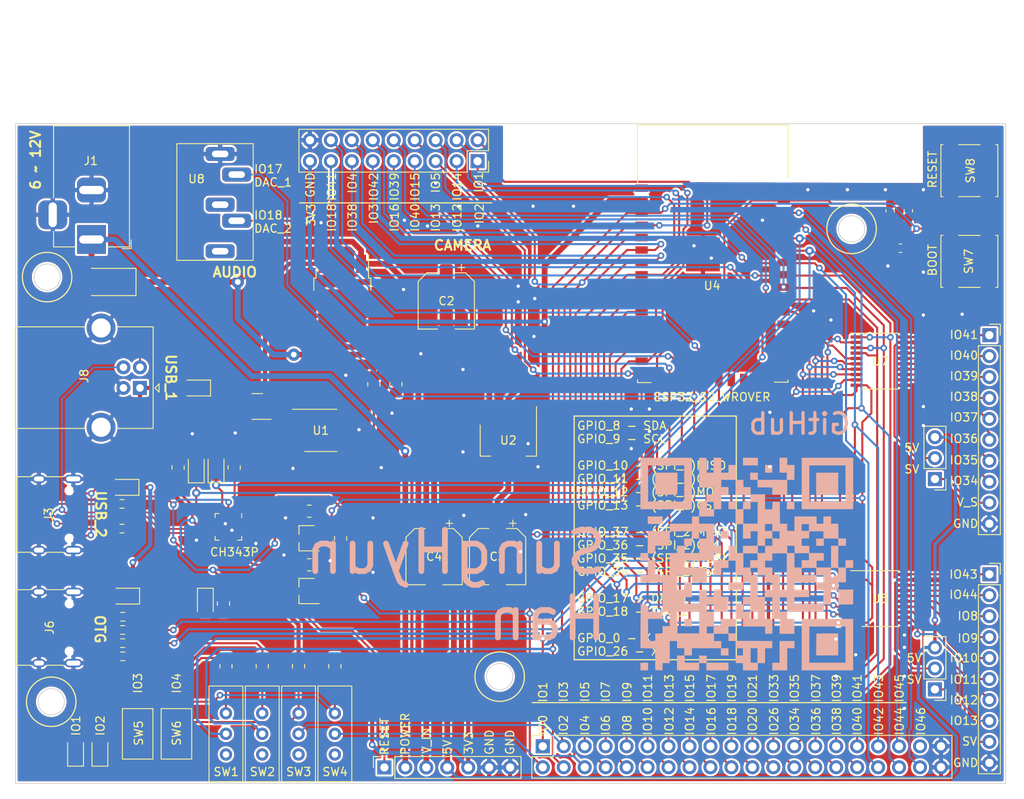
<source format=kicad_pcb>
(kicad_pcb (version 20211014) (generator pcbnew)
  (layers (0 "F.Cu" signal) (31 "B.Cu" signal) (34 "B.Paste" user) (35 "F.Paste" user) (36 "B.SilkS" user "B.Silkscreen") (37 "F.SilkS" user "F.Silkscreen") (38 "B.Mask" user) (39 "F.Mask" user) (44 "Edge.Cuts" user))
  (net 0 "")
  (net 1 "+5V")
  (net 2 "GND")
  (net 3 "/Vin")
  (net 4 "+3V3")
  (net 5 "/RESET")
  (net 6 "/POWER")
  (net 7 "/USB_5V")
  (net 8 "/VBUS_1")
  (net 9 "Net-(D4-Pad2)")
  (net 10 "Net-(D6-Pad2)")
  (net 11 "Net-(D7-Pad2)")
  (net 12 "Net-(D8-Pad2)")
  (net 13 "Net-(D11-Pad2)")
  (net 14 "Net-(D12-Pad2)")
  (net 15 "/_IO43")
  (net 16 "/_IO44")
  (net 17 "/_IO8")
  (net 18 "/_IO9")
  (net 19 "/_IO10")
  (net 20 "/_IO11")
  (net 21 "/_IO12")
  (net 22 "/_IO13")
  (net 23 "/signal_v1")
  (net 24 "Net-(J3-PadA5)")
  (net 25 "/USB_COM+")
  (net 26 "/USB_COM-")
  (net 28 "Net-(J3-PadB5)")
  (net 30 "/_IO41")
  (net 31 "/_IO40")
  (net 32 "/_IO39")
  (net 33 "/_IO38")
  (net 34 "/_IO37")
  (net 35 "/_IO36")
  (net 36 "/_IO35")
  (net 37 "/_IO34")
  (net 38 "/signal_v2")
  (net 39 "/IO0")
  (net 40 "/IO1")
  (net 41 "/IO2")
  (net 42 "/IO3")
  (net 43 "/HREF")
  (net 44 "/IO5")
  (net 45 "/IO6")
  (net 46 "/IO7")
  (net 47 "/IO8")
  (net 48 "/IO9")
  (net 49 "/IO10")
  (net 50 "/IO11")
  (net 51 "/IO12")
  (net 52 "/IO13")
  (net 53 "/IO14")
  (net 54 "/IO15")
  (net 55 "/IO16")
  (net 56 "/IO17")
  (net 57 "/IO18")
  (net 58 "/IO19")
  (net 59 "/IO20")
  (net 60 "/IO21")
  (net 61 "/IO26")
  (net 62 "/IO33")
  (net 63 "/IO34")
  (net 64 "/IO35")
  (net 65 "/IO36")
  (net 66 "/IO37")
  (net 67 "/IO38")
  (net 68 "/IO39")
  (net 69 "/IO40")
  (net 70 "/IO41")
  (net 71 "/IO42")
  (net 72 "/IO43")
  (net 73 "/IO44")
  (net 74 "/IO45")
  (net 75 "/IO46")
  (net 76 "Net-(J6-PadA5)")
  (net 77 "/USB_OTG+")
  (net 78 "/USB_OTG-")
  (net 80 "Net-(J6-PadB5)")
  (net 82 "Net-(J10-Pad2)")
  (net 83 "Net-(J13-Pad2)")
  (net 84 "Net-(Q1-Pad1)")
  (net 85 "Net-(Q2-Pad1)")
  (net 86 "Net-(Q2-Pad2)")
  (net 87 "Net-(Q3-Pad1)")
  (net 88 "Net-(Q3-Pad3)")
  (net 89 "Net-(U1-Pad3)")
  (net 90 "Net-(SW1-Pad1)")
  (net 91 "Net-(SW2-Pad1)")
  (net 92 "Net-(SW3-Pad1)")
  (net 93 "Net-(SW4-Pad1)")
  (footprint "Resistor_SMD:R_0805_2012Metric_Pad1.20x1.40mm_HandSolder" (layer "F.Cu") (at 125.775 111.89 90)
    (fp_text reference "R18" hide)
    (fp_text value "10K")
  )
  (footprint "Diode_SMD:D_0805_2012Metric_Pad1.15x1.40mm_HandSolder" (layer "F.Cu") (at 99.475 105.7 180)
    (fp_text reference "D5" hide)
    (fp_text value "D_Schottky")
  )
  (footprint "Package_SO:TSSOP-20_4.4x6.5mm_P0.65mm" (layer "F.Cu") (at 191.175 90.39)
    (fp_text reference "U7")
    (fp_text value "TXS0108EPW")
  )
  (footprint "Resistor_SMD:R_0805_2012Metric_Pad1.20x1.40mm_HandSolder" (layer "F.Cu") (at 125.075 127.39 -90)
    (fp_text reference "R20" hide)
    (fp_text value "10K")
  )
  (footprint "Connector_PinSocket_2.54mm:PinSocket_1x10_P2.54mm_Vertical" (layer "F.Cu") (at 204.4 116.24)
    (fp_text reference "J2" hide)
    (fp_text value "LEVEL_CON")
  )
  (footprint "LED_SMD:LED_0805_2012Metric_Pad1.15x1.40mm_HandSolder" (layer "F.Cu") (at 108.275 103.29 90)
    (fp_text reference "D12" hide)
    (fp_text value "LED")
  )
  (footprint "Resistor_SMD:R_0805_2012Metric_Pad1.20x1.40mm_HandSolder" (layer "F.Cu") (at 132.475 93.19 -90)
    (fp_text reference "R5" hide)
    (fp_text value "10K")
  )
  (footprint "Button_Switch_SMD:SW_SPST_CK_RS282G05A3" (layer "F.Cu") (at 101.175 135.59 -90)
    (fp_text reference "SW5")
    (fp_text value "TEST_BT")
  )
  (footprint "Connector_USB:USB_C_Receptacle_XKB_U262-16XN-4BVC11" (layer "F.Cu") (at 90.275 108.99 -90)
    (fp_text reference "J3")
    (fp_text value "USB_C_Receptacle_USB2.0")
  )
  (footprint "Resistor_SMD:R_0805_2012Metric_Pad1.20x1.40mm_HandSolder" (layer "F.Cu") (at 112.875 103.29 -90)
    (fp_text reference "R16" hide)
    (fp_text value "10K")
  )
  (footprint "Capacitor_SMD:C_0603_1608Metric_Pad1.08x0.95mm_HandSolder" (layer "F.Cu") (at 193.6375 76.69 180)
    (fp_text reference "C9" hide)
    (fp_text value "100nF")
  )
  (footprint "Package_SO:TSSOP-20_4.4x6.5mm_P0.65mm" (layer "F.Cu") (at 191.175 119.19)
    (fp_text reference "U5")
    (fp_text value "TXS0108EPW")
  )
  (footprint "Resistor_SMD:R_0603_1608Metric_Pad0.98x0.95mm_HandSolder" (layer "F.Cu") (at 99.35 122.99)
    (fp_text reference "R10" hide)
    (fp_text value "27")
  )
  (footprint "LED_SMD:LED_0805_2012Metric_Pad1.15x1.40mm_HandSolder" (layer "F.Cu") (at 109.375 119.79 -90)
    (fp_text reference "D6" hide)
    (fp_text value "LED")
  )
  (footprint "Connector_PinSocket_2.54mm:PinSocket_1x10_P2.54mm_Vertical" (layer "F.Cu") (at 204.4 87.24)
    (fp_text reference "J4" hide)
    (fp_text value "LEVEL_CON")
  )
  (footprint "Diode_SMD:D_0805_2012Metric_Pad1.15x1.40mm_HandSolder" (layer "F.Cu") (at 108.15 93.65 180)
    (fp_text reference "D3" hide)
    (fp_text value "D_Schottky")
  )
  (footprint "Button_Switch_THT:switch_3pin_1C2T" (layer "F.Cu") (at 111.875 135.59 -90)
    (fp_text reference "SW1")
    (fp_text value "SW_SPDT")
  )
  (footprint "Resistor_SMD:R_0805_2012Metric_Pad1.20x1.40mm_HandSolder" (layer "F.Cu") (at 116.275 127.39 -90)
    (fp_text reference "R13" hide)
    (fp_text value "10K")
  )
  (footprint "Resistor_SMD:R_0603_1608Metric_Pad0.98x0.95mm_HandSolder" (layer "F.Cu") (at 99.375 121.39)
    (fp_text reference "R7" hide)
    (fp_text value "5.1K")
  )
  (footprint "Button_Switch_THT:switch_3pin_1C2T" (layer "F.Cu") (at 125.075 135.59 -90)
    (fp_text reference "SW4")
    (fp_text value "SW_SPDT")
  )
  (footprint "Button_Switch_THT:switch_3pin_1C2T" (layer "F.Cu") (at 116.275 135.59 -90)
    (fp_text reference "SW2")
    (fp_text value "SW_SPDT")
  )
  (footprint "Connector_PinHeader_2.54mm:PinHeader_1x03_P2.54mm_Vertical" (layer "F.Cu") (at 197.8 130.2 180)
    (fp_text reference "J10" hide)
    (fp_text value "v_selection")
  )
  (footprint "Button_Switch_SMD:SW_SPST_B3S-1000" (layer "F.Cu") (at 201.975 67.29 90)
    (fp_text reference "SW8")
    (fp_text value "RES_BT")
  )
  (footprint "Capacitor_SMD:CP_Elec_6.3x5.7" (layer "F.Cu") (at 138.575 83.09 -90)
    (fp_text reference "C2")
    (fp_text value "47uF")
  )
  (footprint "Resistor_SMD:R_0805_2012Metric_Pad1.20x1.40mm_HandSolder" (layer "F.Cu") (at 121.975 115.09 180)
    (fp_text reference "R14" hide)
    (fp_text value "10K")
  )
  (footprint "Capacitor_SMD:C_0603_1608Metric_Pad1.08x0.95mm_HandSolder" (layer "F.Cu") (at 192.375 72.1525 -90)
    (fp_text reference "C8" hide)
    (fp_text value "100nF")
  )
  (footprint "Package_TO_SOT_SMD:TSOT-23" (layer "F.Cu") (at 121.675 111.89 180)
    (fp_text reference "Q2" hide)
    (fp_text value "J3Y")
  )
  (footprint "LED_SMD:LED_0805_2012Metric_Pad1.15x1.40mm_HandSolder" (layer "F.Cu") (at 93.65 137.65 90)
    (fp_text reference "D7" hide)
    (fp_text value "LED")
  )
  (footprint "Package_TO_SOT_SMD:TO-252-2" (layer "F.Cu") (at 125.975 82.79 -90)
    (fp_text reference "U3" hide)
    (fp_text value "L7805")
  )
  (footprint "Diode_SMD:D_SMA" (layer "F.Cu") (at 97.575 80.79 180)
    (fp_text reference "D1" hide)
    (fp_text value "D")
  )
  (footprint "Capacitor_SMD:CP_Elec_6.3x5.7" (layer "F.Cu") (at 144.8 114.1 -90)
    (fp_text reference "C3")
    (fp_text value "47uF")
  )
  (footprint "Resistor_SMD:R_0805_2012Metric_Pad1.20x1.40mm_HandSolder" (layer "F.Cu") (at 111.875 127.39 -90)
    (fp_text reference "R12" hide)
    (fp_text value "10K")
  )
  (footprint "Capacitor_SMD:C_0603_1608Metric_Pad1.08x0.95mm_HandSolder" (layer "F.Cu") (at 194.575 72.1525 -90)
    (fp_text reference "C7" hide)
    (fp_text value "100nF")
  )
  (footprint "Connector_PinSocket_2.54mm:PinSocket_1x07_P2.54mm_Vertical" (layer "F.Cu") (at 131.075 139.665 90)
    (fp_text reference "J11" hide)
    (fp_text value "Fun")
  )
  (footprint "Connector_USB:USB_B_OST_USB-B1HSxx_Horizontal" (layer "F.Cu") (at 101.4525 93.64 180)
    (fp_text reference "J8")
    (fp_text value "USB_B")
  )
  (footprint "Capacitor_SMD:CP_Elec_6.3x5.7" (layer "F.Cu") (at 137.1 114.1 -90)
    (fp_text reference "C4")
    (fp_text value "47uF")
  )
  (footprint "Connector_Audio:PJ-325" (layer "F.Cu") (at 111.175 65.265 -90)
    (fp_text reference "U8")
    (fp_text value "PJ-325_AudioJack")
  )
  (footprint "Resistor_SMD:R_0805_2012Metric_Pad1.20x1.40mm_HandSolder" (layer "F.Cu") (at 129.8 93.2 -90)
    (fp_text reference "R6" hide)
    (fp_text value "10K")
  )
  (footprint "Connector_USB:USB_C_Receptacle_XKB_U262-16XN-4BVC11" (layer "F.Cu") (at 90.29 122.69 -90)
    (fp_text reference "J6")
    (fp_text value "USB_C_Receptacle_USB2.0")
  )
  (footprint "Resistor_SMD:R_0603_1608Metric_Pad0.98x0.95mm_HandSolder" (layer "F.Cu") (at 99.275 107.7)
    (fp_text reference "R3" hide)
    (fp_text value "5.1K")
  )
  (footprint "Resistor_SMD:R_0805_2012Metric_Pad1.20x1.40mm_HandSolder" (layer "F.Cu") (at 111.575 119.79 90)
    (fp_text reference "R11" hide)
    (fp_text value "10K")
  )
  (footprint "Resistor_SMD:R_0603_1608Metric_Pad0.98x0.95mm_HandSolder" (layer "F.Cu") (at 99.375 126.19)
    (fp_text reference "R8" hide)
    (fp_text value "5.1K")
  )
  (footprint "Diode_SMD:D_0805_2012Metric_Pad1.15x1.40mm_HandSolder" (layer "F.Cu") (at 99.55 118.89 180)
    (fp_text reference "D4" hide)
    (fp_text value "D_Schottky")
  )
  (footprint "RF_Module:ESP32-S2-WROVER" (layer "F.Cu") (at 170.875 81.19)
    (fp_text reference "U4")
    (fp_text value "ESP32-S2-WROVER")
  )
  (footprint "Package_TO_SOT_SMD:SOT-223-3_TabPin2" (layer "F.Cu") (at 146.1 100 -90)
    (fp_text reference "U2")
    (fp_text value "AZ1117-3.3")
  )
  (footprint "Package_TO_SOT_SMD:SOT-23" (layer "F.Cu") (at 115.675 95.89 180)
    (fp_text reference "Q1" hide)
    (fp_text value "VP0610T")
  )
  (footprint "Resistor_SMD:R_0805_2012Metric_Pad1.20x1.40mm_HandSolder" (layer "F.Cu") (at 120.675 127.39 -90)
    (fp_text reference "R19" hide)
    (fp_text value "10K")
  )
  (footprint "Package_DFN_QFN:QFN-16-1EP_3x3mm_P0.5mm_EP1.75x1.75mm" (layer "F.Cu") (at 112.175 110.49 -90)
    (fp_text reference "U6" hide)
    (fp_text value "CH343P")
  )
  (footprint "Package_SO:SOIC-8_3.9x4.9mm_P1.27mm" (layer "F.Cu") (at 123.375 98.79)
    (fp_text reference "U1")
    (fp_text value "LM358")
  )
  (footprint "Button_Switch_SMD:SW_SPST_CK_RS282G05A3" (layer "F.Cu") (at 105.875 135.59 -90)
    (fp_text reference "SW6")
    (fp_text value "TEST_BT")
  )
  (footprint "Connector_BarrelJack:BarrelJack_Horizontal" (layer "F.Cu") (at 95.5825 75.64 -90)
    (fp_text reference "J1")
    (fp_text value "POWER")
  )
  (footprint "Package_TO_SOT_SMD:TSOT-23" (layer "F.Cu") (at 121.675 118.29 180)
    (fp_text reference "Q3" hide)
    (fp_text value "J3Y")
  )
  (footprint "Button_Switch_THT:switch_3pin_1C2T" (layer "F.Cu") (at 120.675 135.59 -90)
    (fp_text reference "SW3")
    (fp_text value "SW_SPDT")
  )
  (footprint "Connector_PinSocket_2.54mm:PinSocket_2x09_P2.54mm_Vertical" (layer "F.Cu") (at 142.375 66.14 -90)
    (fp_text reference "J14" hide)
    (fp_text value "CAM")
  )
  (footprint "Connector_PinSocket_2.54mm:PinSocket_2x20_P2.54mm_Vertical" (layer "F.Cu") (at 150.275 137.1 90)
    (fp_text reference "J5" hide)
    (fp_text value "GPIO_HEADER")
  )
  (footprint "Resistor_SMD:R_0805_2012Metric_Pad1.20x1.40mm_HandSolder" (layer "F.Cu") (at 121.975 108.59)
    (fp_text reference "R15" hide)
    (fp_text value "10K")
  )
  (footprint "Resistor_SMD:R_0603_1608Metric_Pad0.98x0.95mm_HandSolder" (layer "F.Cu") (at 99.3625 124.59)
    (fp_text reference "R9" hide)
    (fp_text value "27")
  )
  (footprint "Resistor_SMD:R_0805_2012Metric_Pad1.20x1.40mm_HandSolder" (layer "F.Cu") (at 106.075 103.29 -90)
    (fp_text reference "R17" hide)
    (fp_text value "10K")
  )
  (footprint "Resistor_SMD:R_0603_1608Metric_Pad0.98x0.95mm_HandSolder" (layer "F.Cu") (at 99.275 110.7)
    (fp_text reference "R4" hide)
    (fp_text value "5.1K")
  )
  (footprint "Connector_PinHeader_2.54mm:PinHeader_1x03_P2.54mm_Vertical" (layer "F.Cu") (at 197.8 104.69 180)
    (fp_text reference "J13" hide)
    (fp_text value "v_selection")
  )
  (footprint "LED_SMD:LED_0805_2012Metric_Pad1.15x1.40mm_HandSolder" (layer "F.Cu") (at 96.6 137.65 90)
    (fp_text reference "D8" hide)
    (fp_text value "LED")
  )
  (footprint "Button_Switch_SMD:SW_SPST_B3S-1000" (layer "F.Cu") (at 201.975 78.29 90)
    (fp_text reference "SW7")
    (fp_text value "BOOT_BT")
  )
  (footprint "LED_SMD:LED_0805_2012Metric_Pad1.15x1.40mm_HandSolder" (layer "F.Cu") (at 110.675 103.29 90)
    (fp_text reference "D11" hide)
    (fp_text value "LED")
  )
  (footprint "QRCode:DeveloperSungHyun_GitHub" (layer "B.Cu") (at 175.397718 114.517888 180)
    (fp_text reference "REF**" hide)
    (fp_text value "DeveloperSungHyun_GitHub")
  )
  (gr_line (start 194.3 131.8) (end 149 131.8) (layer "F.SilkS") (width 0.15))
  (gr_rect (start 154.075 97.05) (end 173.725 126.6) (layer "F.SilkS") (width 0.15) (fill none))
  (gr_line (start 144.1 71.2) (end 120.8 71.2) (layer "F.SilkS") (width 0.15))
  (gr_circle (center 90.7 131.7) (end 93.7 131.7) (layer "F.SilkS") (width 0.15) (fill none))
  (gr_circle (center 145.05 128.65) (end 148.05 128.65) (layer "F.SilkS") (width 0.15) (fill none))
  (gr_circle (center 187.7 74.35) (end 190.7 74.35) (layer "F.SilkS") (width 0.15) (fill none))
  (gr_circle (center 90.2 80.2) (end 93.2 80.2) (layer "F.SilkS") (width 0.15) (fill none))
  (gr_circle (center 187.7 74.35) (end 189.3 74.35) (layer "Edge.Cuts") (width 0.1) (fill none))
  (gr_circle (center 145.05 128.65) (end 146.65 128.65) (layer "Edge.Cuts") (width 0.1) (fill none))
  (gr_circle (center 90.2 80.2) (end 91.8 80.2) (layer "Edge.Cuts") (width 0.1) (fill none))
  (gr_circle (center 90.7 131.7) (end 92.3 131.7) (layer "Edge.Cuts") (width 0.1) (fill none))
  (gr_rect (start 86.375 61.59) (end 206.375 141.59) (layer "Edge.Cuts") (width 0.1) (fill none))
  (gr_text "GitHub" (at 181.4 98) (layer "B.SilkS") (effects (font (size 2.5 2.5) (thickness 0.4)) (justify mirror)))
  (gr_text "SungHyun\nHan" (at 158.4 117.6) (layer "B.SilkS") (effects (font (size 5 5) (thickness 0.7)) (justify left mirror)))
  (gr_text "IO3" (at 101.2 129.45 90) (layer "F.SilkS") (effects (font (size 1 1))))
  (gr_text "IO37" (at 199.5 97.2) (layer "F.SilkS") (effects (font (size 1 1)) (justify left)))
  (gr_text "IO42" (at 191 132.25 90) (layer "F.SilkS") (effects (font (size 1 1)) (justify right)))
  (gr_text "IO19" (at 173.2 128.25 90) (layer "F.SilkS") (effects (font (size 1 1)) (justify right)))
  (gr_text "IO21" (at 175.7 128.25 90) (layer "F.SilkS") (effects (font (size 1 1)) (justify right)))
  (gr_text "IO35" (at 180.8 128.25 90) (layer "F.SilkS") (effects (font (size 1 1)) (justify right)))
  (gr_text "IO35" (at 199.5 102.4) (layer "F.SilkS") (effects (font (size 1 1)) (justify left)))
  (gr_text "3V3" (at 141.3 136.7 90) (layer "F.SilkS") (effects (font (size 1 1))))
  (gr_text "CH343P" (at 112.9 113.55) (layer "F.SilkS") (effects (font (size 1 1))))
  (gr_text "IO38" (at 199.5 94.7) (layer "F.SilkS") (effects (font (size 1 1)) (justify left)))
  (gr_text "IO33" (at 178.3 128.25 90) (layer "F.SilkS") (effects (font (size 1 1)) (justify right)))
  (gr_text "IO18\nDAC_2" (at 115.2 73.5) (layer "F.SilkS") (effects (font (size 1 1)) (justify left)))
  (gr_text "IO41" (at 188.4 128.25 90) (layer "F.SilkS") (effects (font (size 1 1)) (justify right)))
  (gr_text "RESET" (at 131.1 135.9 90) (layer "F.SilkS") (effects (font (size 1 1))))
  (gr_text "RESET" (at 197.5 67.15 90) (layer "F.SilkS") (effects (font (size 1 1))))
  (gr_text "IO8" (at 200.45 121.3) (layer "F.SilkS") (effects (font (size 1 1)) (justify left)))
  (gr_text "USB_1" (at 105.2 92.4 270) (layer "F.SilkS") (effects (font (size 1.2 1.2) (thickness 0.25))))
  (gr_text "CAMERA" (at 140.55 76.35) (layer "F.SilkS") (effects (font (size 1.2 1.2) (thickness 0.25))))
  (gr_text "IO44" (at 199.45 118.7) (layer "F.SilkS") (effects (font (size 1 1)) (justify left)))
  (gr_text "IO1" (at 142.5 70.05 90) (layer "F.SilkS") (effects (font (size 1 1)) (justify left)))
  (gr_text "6 ~ 12V" (at 88.8 66 90) (layer "F.SilkS") (effects (font (size 1.2 1.2) (thickness 0.25))))
  (gr_text "IO0" (at 150.3 133.2 90) (layer "F.SilkS") (effects (font (size 1 1)) (justify right)))
  (gr_text "IO18" (at 173.2 132.25 90) (layer "F.SilkS") (effects (font (size 1 1)) (justify right)))
  (gr_text "IO20" (at 175.7 132.25 90) (layer "F.SilkS") (effects (font (size 1 1)) (justify right)))
  (gr_text "5V" (at 138.7 137.2 90) (layer "F.SilkS") (effects (font (size 1 1))))
  (gr_text "IO11" (at 163 128.25 90) (layer "F.SilkS") (effects (font (size 1 1)) (justify right)))
  (gr_text "IO12" (at 139.9 74.8 90) (layer "F.SilkS") (effects (font (size 1 1)) (justify left)))
  (gr_text "IO15" (at 134.8 71.05 90) (layer "F.SilkS") (effects (font (size 1 1)) (justify left)))
  (gr_text "IO5" (at 155.4 130.5 90) (layer "F.SilkS") (effects (font (size 1 1))))
  (gr_text "IO14" (at 139.9 71.05 90) (layer "F.SilkS") (effects (font (size 1 1)) (justify left)))
  (gr_text "OTG" (at 96.6 122.9 270) (layer "F.SilkS") (effects (font (size 1.2 1.2) (thickness 0.25))))
  (gr_text "SV" (at 195 103.5) (layer "F.SilkS") (effects (font (size 1 1))))
  (gr_text "IO9" (at 160.5 129.2 90) (layer "F.SilkS") (effects (font (size 1 1)) (justify right)))
  (gr_text "IO2" (at 96.65 134.6 90) (layer "F.SilkS") (effects (font (size 1 1))))
  (gr_text "GND" (at 146.3 136.6 90) (layer "F.SilkS") (effects (font (size 1 1))))
  (gr_text "IO38" (at 185.9 132.25 90) (layer "F.SilkS") (effects (font (size 1 1)) (justify right)))
  (gr_text "IO2" (at 152.8 133.2 90) (layer "F.SilkS") (effects (font (size 1 1)) (justify right)))
  (gr_text "IO40" (at 199.5 89.7) (layer "F.SilkS") (effects (font (size 1 1)) (justify left)))
  (gr_text "IO45" (at 193.5 128.25 90) (layer "F.SilkS") (effects (font (size 1 1)) (justify right)))
  (gr_text "IO39" (at 132.3 71.05 90) (layer "F.SilkS") (effects (font (size 1 1)) (justify left)))
  (gr_text "IO43" (at 191 128.25 90) (layer "F.SilkS") (effects (font (size 1 1)) (justify right)))
  (gr_text "IO41" (at 124.7 71.05 90) (layer "F.SilkS") (effects (font (size 1 1)) (justify left)))
  (gr_text "IO7" (at 157.9 130.5 90) (layer "F.SilkS") (effects (font (size 1 1))))
  (gr_text "BOOT" (at 197.5 78.15 90) (layer "F.SilkS") (effects (font (size 1 1))))
  (gr_text "3V3" (at 122.2 74.15 90) (layer "F.SilkS") (effects (font (size 1 1)) (justify left)))
  (gr_text "GND" (at 143.8 136.6 90) (layer "F.SilkS") (effects (font (size 1 1))))
  (gr_text "IO4" (at 127.2 70.15 90) (layer "F.SilkS") (effects (font (size 1 1)) (justify left)))
  (gr_text "IO16" (at 170.7 132.25 90) (layer "F.SilkS") (effects (font (size 1 1)) (justify right)))
  (gr_text "IO15" (at 168.1 128.25 90) (layer "F.SilkS") (effects (font (size 1 1)) (justify right)))
  (gr_text "5V" (at 195 100.9) (layer "F.SilkS") (effects (font (size 1 1))))
  (gr_text "IO46" (at 196.1 132.25 90) (layer "F.SilkS") (effects (font (size 1 1)) (justify right)))
  (gr_text "IO36" (at 199.5 99.8) (layer "F.SilkS") (effects (font (size 1 1)) (justify left)))
  (gr_text "IO18" (at 124.7 74.797034 90) (layer "F.SilkS") (effects (font (size 1 1)) (justify left)))
  (gr_text "IO8" (at 160.5 133.2 90) (layer "F.SilkS") (effects (font (size 1 1)) (justify right)))
  (gr_text "IO13" (at 137.3 74.8 90) (layer "F.SilkS") (effects (font (size 1 1)) (justify left)))
  (gr_text "IO1" (at 150.3 129.2 90) (layer "F.SilkS") (effects (font (size 1 1)) (justify right)))
  (gr_text "IO41" (at 199.5 87.2) (layer "F.SilkS") (effects (font (size 1 1)) (justify left)))
  (gr_text "IO34" (at 180.8 132.25 90) (layer "F.SilkS") (effects (font (size 1 1)) (justify right)))
  (gr_text "ESP32_S2_WROVER" (at 170.8 94.75) (layer "F.SilkS") (effects (font (size 1 1))))
  (gr_text "IO6" (at 157.9 133.2 90) (layer "F.SilkS") (effects (font (size 1 1)) (justify right)))
  (gr_text "IO37" (at 183.4 128.25 90) (layer "F.SilkS") (effects (font (size 1 1)) (justify right)))
  (gr_text "IO36" (at 183.4 132.25 90) (layer "F.SilkS") (effects (font (size 1 1)) (justify right)))
  (gr_text "IO10" (at 199.5 126.4) (layer "F.SilkS") (effects (font (size 1 1)) (justify left)))
  (gr_text "IO40" (at 134.8 74.8 90) (layer "F.SilkS") (effects (font (size 1 1)) (justify left)))
  (gr_text "IO9" (at 200.45 124) (layer "F.SilkS") (effects (font (size 1 1)) (justify left)))
  (gr_text "GPIO_8 - SDA\nGPIO_9 - SCL\n\nGPIO_10 - (SPI_1)MISO\nGPIO_11 - (SPI_1)CLK\nGPIO_12 - (SPI_1)MOSI\nGPIO_13 - (SPI_1)CS\n\nGPIO_37 - (SPI_2)MISO\nGPIO_36 - (SPI_2)CLK\nGPIO_35 - (SPI_2)MOSI\nGPIO_34 - (SPI_2)CS\n\nGPIO_17 - DAC_1\nGPIO_18 - DAC_2\n\nGPIO_0 - X\nGPIO_26 - X" (at 154.35 111.9) (layer "F.SilkS") (effects (font (size 1 1)) (justify left)))
  (gr_text "IO10" (at 163 132.25 90) (layer "F.SilkS") (effects (font (size 1 1)) (justify right)))
  (gr_text "IO17\nDAC_1" (at 115.2 67.9) (layer "F.SilkS") (effects (font (size 1 1)) (justify left)))
  (gr_text "POWER" (at 133.6 135.6 90) (layer "F.SilkS") (effects (font (size 1 1))))
  (gr_text "5V" (at 195.3 126.4) (layer "F.SilkS") (effects (font (size 1 1))))
  (gr_text "IO44" (at 193.5 132.25 90) (layer "F.SilkS") (effects (font (size 1 1)) (justify right)))
  (gr_text "GND" (at 199.9 110.1) (layer "F.SilkS") (effects (font (size 1 1)) (justify left)))
  (gr_text "GND" (at 122.1 70.65 90) (layer "F.SilkS") (effects (font (size 1 1)) (justify left)))
  (gr_text "IO43" (at 199.45 116.25) (layer "F.SilkS") (effects (font (size 1 1)) (justify left)))
  (gr_text "IO12" (at 199.5 131.5) (layer "F.SilkS") (effects (font (size 1 1)) (justify left)))
  (gr_text "IO5" (at 137.3 70.1 90) (layer "F.SilkS") (effects (font (size 1 1)) (justify left)))
  (gr_text "IO12" (at 165.6 132.25 90) (layer "F.SilkS") (effects (font (size 1 1)) (justify right)))
  (gr_text "SV" (at 201 136.5) (layer "F.SilkS") (effects (font (size 1 1)) (justify left)))
  (gr_text "AUDIO" (at 112.95 79.6) (layer "F.SilkS") (effects (font (size 1.2 1.2) (thickness 0.25))))
  (gr_text "SV" (at 195.3 129) (layer "F.SilkS") (effects (font (size 1 1))))
  (gr_text "IO13" (at 165.6 128.25 90) (layer "F.SilkS") (effects (font (size 1 1)) (justify right)))
  (gr_text "V_IN" (at 136.2 136.4 90) (layer "F.SilkS") (effects (font (size 1 1))))
  (gr_text "IO4" (at 105.9 129.45 90) (layer "F.SilkS") (effects (font (size 1 1))))
  (gr_text "IO39" (at 185.9 128.25 90) (layer "F.SilkS") (effects (font (size 1 1)) (justify right)))
  (gr_text "IO16" (at 132.3 74.8 90) (layer "F.SilkS") (effects (font (size 1 1)) (justify left)))
  (gr_text "IO39" (at 199.5 92.2) (layer "F.SilkS") (effects (font (size 1 1)) (justify left)))
  (gr_text "IO4" (at 155.4 133.2 90) (layer "F.SilkS") (effects (font (size 1 1)) (justify right)))
  (gr_text "IO40" (at 188.4 132.25 90) (layer "F.SilkS") (effects (font (size 1 1)) (justify right)))
  (gr_text "IO42" (at 129.8 71.05 90) (layer "F.SilkS") (effects (font (size 1 1)) (justify left)))
  (gr_text "IO2" (at 142.6 73.85 90) (layer "F.SilkS") (effects (font (size 1 1)) (justify left)))
  (gr_text "IO3" (at 129.8 73.85 90) (layer "F.SilkS") (effects (font (size 1 1)) (justify left)))
  (gr_text "IO17" (at 170.7 128.25 90) (layer "F.SilkS") (effects (font (size 1 1)) (justify right)))
  (gr_text "GND" (at 199.9 139.1) (layer "F.SilkS") (effects (font (size 1 1)) (justify left)))
  (gr_text "IO3" (at 152.8 130.5 90) (layer "F.SilkS") (effects (font (size 1 1))))
  (gr_text "IO38" (at 127.2 74.8 90) (layer "F.SilkS") (effects (font (size 1 1)) (justify left)))
  (gr_text "IO26" (at 178.3 132.25 90) (layer "F.SilkS") (effects (font (size 1 1)) (justify right)))
  (gr_text "IO34" (at 199.5 104.9) (layer "F.SilkS") (effects (font (size 1 1)) (justify left)))
  (gr_text "V_S" (at 200.35 107.5) (layer "F.SilkS") (effects (font (size 1 1)) (justify left)))
  (gr_text "IO1" (at 93.7 134.6 90) (layer "F.SilkS") (effects (font (size 1 1))))
  (gr_text "IO13" (at 199.5 134) (layer "F.SilkS") (effects (font (size 1 1)) (justify left)))
  (gr_text "IO11" (at 199.5 129) (layer "F.SilkS") (effects (font (size 1 1)) (justify left)))
  (gr_text "IO14" (at 168.1 132.25 90) (layer "F.SilkS") (effects (font (size 1 1)) (justify right)))
  (gr_text "USB_2" (at 96.7 108.95 270) (layer "F.SilkS") (effects (font (size 1.2 1.2) (thickness 0.25))))
  (segment (start 132.6 83.1) (end 140.6 83.1) (width 0.7) (layer "F.Cu") (net 1))
  (segment (start 137.1 99.9) (end 140.15 96.85) (width 0.7) (layer "F.Cu") (net 1))
  (segment (start 130.3 80.8) (end 132.6 83.1) (width 0.7) (layer "F.Cu") (net 1))
  (segment (start 140.6 83.1) (end 141.8 84.3) (width 0.7) (layer "F.Cu") (net 1))
  (segment (start 119.51 78.59) (end 123.695 78.59) (width 0.5) (layer "F.Cu") (net 1))
  (segment (start 138.695 126.505) (end 138.695 139.665) (width 0.7) (layer "F.Cu") (net 1))
  (segment (start 137.1 111.4) (end 138.8 111.4) (width 0.7) (layer "F.Cu") (net 1))
  (segment (start 116.6125 81.4875) (end 119.51 78.59) (width 0.5) (layer "F.Cu") (net 1))
  (segment (start 116.6125 94.94) (end 125.14 94.94) (width 0.5) (layer "F.Cu") (net 1))
  (segment (start 139.5 125.7) (end 138.695 126.505) (width 0.7) (layer "F.Cu") (net 1))
  (segment (start 125.85 95.65) (end 125.85 96.885) (width 0.5) (layer "F.Cu") (net 1))
  (segment (start 143.8 93.8) (end 143.8 96.85) (width 0.7) (layer "F.Cu") (net 1))
  (segment (start 123.695 78.59) (end 125.905 80.8) (width 0.7) (layer "F.Cu") (net 1))
  (segment (start 197.8 125.12) (end 197.8 121.8) (width 0.4) (layer "F.Cu") (net 1))
  (segment (start 141.8 91.8) (end 143.8 93.8) (width 0.7) (layer "F.Cu") (net 1))
  (segment (start 141.8 84.3) (end 141.8 91.8) (width 0.7) (layer "F.Cu") (net 1))
  (segment (start 125.905 80.8) (end 130.3 80.8) (width 0.7) (layer "F.Cu") (net 1))
  (segment (start 116.6125 94.94) (end 116.6125 81.4875) (width 0.5) (layer "F.Cu") (net 1))
  (segment (start 139.5 112.1) (end 139.5 125.7) (width 0.7) (layer "F.Cu") (net 1))
  (segment (start 137.1 111.4) (end 137.1 99.9) (width 0.7) (layer "F.Cu") (net 1))
  (segment (start 125.14 94.94) (end 125.85 95.65) (width 0.5) (layer "F.Cu") (net 1))
  (segment (start 138.8 111.4) (end 139.5 112.1) (width 0.7) (layer "F.Cu") (net 1))
  (segment (start 140.15 96.85) (end 143.8 96.85) (width 0.7) (layer "F.Cu") (net 1))
  (via (at 197.8 121.8) (size 0.8) (drill 0.4) (layers "F.Cu" "B.Cu") (net 1))
  (segment (start 200.3 110.1) (end 200.3 100.5) (width 0.4) (layer "B.Cu") (net 1))
  (segment (start 200.3 100.5) (end 199.41 99.61) (width 0.4) (layer "B.Cu") (net 1))
  (segment (start 197.8 125.12) (end 196.48 125.12) (width 0.4) (layer "B.Cu") (net 1))
  (segment (start 200.4 135.9) (end 200.4 140) (width 0.4) (layer "B.Cu") (net 1))
  (segment (start 195.8 125.8) (end 195.8 131.3) (width 0.4) (layer "B.Cu") (net 1))
  (segment (start 197.8 121.8) (end 197.8 112.6) (width 0.4) (layer "B.Cu") (net 1))
  (segment (start 195.8 131.3) (end 200.4 135.9) (width 0.4) (layer "B.Cu") (net 1))
  (segment (start 199.485489 140.914511) (end 139.944511 140.914511) (width 0.4) (layer "B.Cu") (net 1))
  (segment (start 200.4 140) (end 199.485489 140.914511) (width 0.4) (layer "B.Cu") (net 1))
  (segment (start 139.944511 140.914511) (end 138.695 139.665) (width 0.4) (layer "B.Cu") (net 1))
  (segment (start 197.8 112.6) (end 200.3 110.1) (width 0.4) (layer "B.Cu") (net 1))
  (segment (start 196.48 125.12) (end 195.8 125.8) (width 0.4) (layer "B.Cu") (net 1))
  (segment (start 199.41 99.61) (end 197.8 99.61) (width 0.4) (layer "B.Cu") (net 1))
  (segment (start 112.425 109.0275) (end 112.425 110.24) (width 0.25) (layer "F.Cu") (net 2))
  (segment (start 112.425 110.24) (end 112.175 110.49) (width 0.25) (layer "F.Cu") (net 2))
  (via (at 107.8 99.2) (size 0.8) (drill 0.4) (layers "F.Cu" "B.Cu") (net 2))
  (via (at 176.9 73.3) (size 0.8) (drill 0.4) (layers "F.Cu" "B.Cu") (net 2))
  (via (at 187.2 69.6) (size 0.8) (drill 0.4) (layers "F.Cu" "B.Cu") (net 2))
  (via (at 142.4 74) (size 0.8) (drill 0.4) (layers "F.Cu" "B.Cu") (net 2))
  (via (at 132 96.7) (size 0.8) (drill 0.4) (layers "F.Cu" "B.Cu") (net 2))
  (via (at 133.4 81.7) (size 0.8) (drill 0.4) (layers "F.Cu" "B.Cu") (net 2))
  (via (at 140.7 109.1) (size 0.8) (drill 0.4) (layers "F.Cu" "B.Cu") (net 2))
  (via (at 163.2 98.9) (size 0.8) (drill 0.4) (layers "F.Cu" "B.Cu") (net 2))
  (via (at 148.5 100.4) (size 0.8) (drill 0.4) (layers "F.Cu" "B.Cu") (net 2))
  (via (at 149.1 71.6) (size 0.8) (drill 0.4) (layers "F.Cu" "B.Cu") (net 2))
  (via (at 108.3 112.1) (size 0.8) (drill 0.4) (layers "F.Cu" "B.Cu") (net 2))
  (via (at 120 103.4) (size 0.8) (drill 0.4) (layers "F.Cu" "B.Cu") (net 2))
  (via (at 119.1 109.4) (size 0.8) (drill 0.4) (layers "F.Cu" "B.Cu") (net 2))
  (via (at 149.7 103.2) (size 0.8) (drill 0.4) (layers "F.Cu" "B.Cu") (net 2))
  (via (at 185.2 85.4) (size 0.8) (drill 0.4) (layers "F.Cu" "B.Cu") (net 2))
  (via (at 136.3 74) (size 0.8) (drill 0.4) (layers "F.Cu" "B.Cu") (net 2))
  (via (at 140.6 101.4) (size 0.8) (drill 0.4) (layers "F.Cu" "B.Cu") (net 2))
  (via (at 135.5 89.5) (size 0.8) (drill 0.4) (layers "F.Cu" "B.Cu") (net 2))
  (via (at 194.1 128.6) (size 0.8) (drill 0.4) (layers "F.Cu" "B.Cu") (net 2))
  (via (at 163.2 96.2) (size 0.8) (drill 0.4) (layers "F.Cu" "B.Cu") (net 2))
  (via (at 137.3 68.8) (size 0.8) (drill 0.4) (layers "F.Cu" "B.Cu") (net 2))
  (via (at 196.4 79.6) (size 0.8) (drill 0.4) (layers "F.Cu" "B.Cu") (net 2))
  (via (at 133.5 73.3) (size 0.8) (drill 0.4) (layers "F.Cu" "B.Cu") (net 2))
  (via (at 161 101) (size 0.8) (drill 0.4) (layers "F.Cu" "B.Cu") (net 2))
  (via (at 147.6 113.5) (size 0.8) (drill 0.4) (layers "F.Cu" "B.Cu") (net 2))
  (via (at 118.9 113.9) (size 0.8) (drill 0.4) (layers "F.Cu" "B.Cu") (net 2))
  (via (at 154 71.6) (size 0.8) (drill 0.4) (layers "F.Cu" "B.Cu") (net 2))
  (via (at 191.8 69.6) (size 0.8) (drill 0.4) (layers "F.Cu" "B.Cu") (net 2))
  (via (at 147.3 83.2) (size 0.8) (drill 0.4) (layers "F.Cu" "B.Cu") (net 2))
  (via (at 196.4 69.6) (size 0.8) (drill 0.4) (layers "F.Cu" "B.Cu") (net 2))
  (via (at 112.6 110.9) (size 0.8) (drill 0.4) (layers "F.Cu" "B.Cu") (net 2))
  (via (at 140.6 91.4) (size 0.8) (drill 0.4) (layers "F.Cu" "B.Cu") (net 2))
  (via (at 201.1 84.7) (size 0.8) (drill 0.4) (layers "F.Cu" "B.Cu") (net 2))
  (via (at 128 98.7) (size 0.8) (drill 0.4) (layers "F.Cu" "B.Cu") (net 2))
  (via (at 126.4 92.1) (size 0.8) (drill 0.4) (layers "F.Cu" "B.Cu") (net 2))
  (via (at 111.8 110.1) (size 0.8) (drill 0.4) (layers "F.Cu" "B.Cu") (net 2))
  (via (at 194.1 125.1) (size 0.8) (drill 0.4) (layers "F.Cu" "B.Cu") (net 2))
  (via (at 124.5 114.6) (size 0.8) (drill 0.4) (layers "F.Cu" "B.Cu") (net 2))
  (via (at 147.3 81.3) (size 0.8) (drill 0.4) (layers "F.Cu" "B.Cu") (net 2))
  (via (at 129.7 116) (size 0.8) (drill 0.4) (layers "F.Cu" "B.Cu") (net 2))
  (via (at 185.8 128.6) (size 0.8) (drill 0.4) (layers "F.Cu" "B.Cu") (net 2))
  (via (at 140.1 71.6) (size 0.8) (drill 0.4) (layers "F.Cu" "B.Cu") (net 2))
  (via (at 185.8 124.1) (size 0.8) (drill 0.4) (layers "F.Cu" "B.Cu") (net 2))
  (via (at 194.1 132.5) (size 0.8) (drill 0.4) (layers "F.Cu" "B.Cu") (net 2))
  (via (at 115.5 112.5) (size 0.8) (drill 0.4) (layers "F.Cu" "B.Cu") (net 2))
  (via (at 129.7 109.4) (size 0.8) (drill 0.4) (layers "F.Cu" "B.Cu") (net 2))
  (via (at 188.2 126) (size 0.8) (drill 0.4) (layers "F.Cu" "B.Cu") (net 2))
  (via (at 177.8 96.6) (size 0.8) (drill 0.4) (layers "F.Cu" "B.Cu") (net 2))
  (via (at 149.2 87.4) (size 0.8) (drill 0.4) (layers "F.Cu" "B.Cu") (net 2))
  (via (at 183.1 84.3) (size 0.8) (drill 0.4) (layers "F.Cu" "B.Cu") (net 2))
  (via (at 149.3 82.8) (size 0.8) (drill 0.4) (layers "F.Cu" "B.Cu") (net 2))
  (via (at 170.7 77.9) (size 0.8) (drill 0.4) (layers "F.Cu" "B.Cu") (net 2))
  (via (at 177.8 103.2) (size 0.8) (drill 0.4) (layers "F.Cu" "B.Cu") (net 2))
  (via (at 161 96.2) (size 0.8) (drill 0.4) (layers "F.Cu" "B.Cu") (net 2))
  (via (at 196.4 95.9) (size 0.8) (drill 0.4) (layers "F.Cu" "B.Cu") (net 2))
  (via (at 113 99.1) (size 0.8) (drill 0.4) (layers "F.Cu" "B.Cu") (net 2))
  (via (at 123.4 73.6) (size 0.8) (drill 0.4) (layers "F.Cu" "B.Cu") (net 2))
  (via (at 194.1 123.6) (size 0.8) (drill 0.4) (layers "F.Cu" "B.Cu") (net 2))
  (via (at 196.4 98.2) (size 0.8) (drill 0.4) (layers "F.Cu" "B.Cu") (net 2))
  (via (at 168.6 76.4) (size 0.8) (drill 0.4) (layers "F.Cu" "B.Cu") (net 2))
  (via (at 148.2 109) (size 0.8) (drill 0.4) (layers "F.Cu" "B.Cu") (net 2))
  (via (at 192.1 78.85) (size 0.8) (drill 0.4) (layers "F.Cu" "B.Cu") (net 2))
  (via (at 182.4 69.6) (size 0.8) (drill 0.4) (layers "F.Cu" "B.Cu") (net 2))
  (via (at 130.7 103.3) (size 0.8) (drill 0.4) (layers "F.Cu" "B.Cu") (net 2))
  (via (at 196.4 84.8) (size 0.8) (drill 0.4) (layers "F.Cu" "B.Cu") (net 2))
  (segment (start 134.19 92.19) (end 135.2 93.2) (width 0.7) (layer "F.Cu") (net 3))
  (segment (start 128.255 78.59) (end 131.49 78.59) (width 0.7) (layer "F.Cu") (net 3))
  (segment (start 120.1 89.6) (end 130.65 89.6) (width 0.7) (layer "F.Cu") (net 3))
  (segment (start 132.475 91.425) (end 132.475 92.19) (width 0.7) (layer "F.Cu") (net 3))
  (segment (start 135.2 93.2) (end 135.2 128.95) (width 0.7) (layer "F.Cu") (net 3))
  (segment (start 127.2 75.9) (end 128.255 76.955) (width 0.7) (layer "F.Cu") (net 3))
  (segment (start 99.575 80.79) (end 113.31 80.79) (width 0.7) (layer "F.Cu") (net 3))
  (segment (start 136.155 129.905) (end 136.155 139.665) (width 0.7) (layer "F.Cu") (net 3))
  (segment (start 130.65 89.6) (end 132.475 91.425) (width 0.7) (layer "F.Cu") (net 3))
  (segment (start 135.2 128.95) (end 136.155 129.905) (width 0.7) (layer "F.Cu") (net 3))
  (segment (start 132.475 92.19) (end 134.19 92.19) (width 0.7) (layer "F.Cu") (net 3))
  (segment (start 133.29 80.39) (end 138.575 80.39) (width 0.7) (layer "F.Cu") (net 3))
  (segment (start 131.49 78.59) (end 133.29 80.39) (width 0.7) (layer "F.Cu") (net 3))
  (segment (start 128.255 76.955) (end 128.255 78.59) (width 0.7) (layer "F.Cu") (net 3))
  (segment (start 118.2 75.9) (end 127.2 75.9) (width 0.7) (layer "F.Cu") (net 3))
  (segment (start 113.31 80.79) (end 118.2 75.9) (width 0.7) (layer "F.Cu") (net 3))
  (via (at 120.1 89.6) (size 1.5) (drill 0.7) (layers "F.Cu" "B.Cu") (net 3))
  (via (at 113.31 80.79) (size 1.5) (drill 0.7) (layers "F.Cu" "B.Cu") (net 3))
  (segment (start 117.65 89.6) (end 120.1 89.6) (width 0.7) (layer "B.Cu") (net 3))
  (segment (start 113.31 85.26) (end 117.65 89.6) (width 0.7) (layer "B.Cu") (net 3))
  (segment (start 113.31 80.79) (end 113.31 85.26) (width 0.7) (layer "B.Cu") (net 3))
  (segment (start 117.09 118.79) (end 120.675 122.375) (width 0.5) (layer "F.Cu") (net 4))
  (segment (start 150.5 92.8) (end 150.5 85.6) (width 0.7) (layer "F.Cu") (net 4))
  (segment (start 112.925 104.34) (end 112.875 104.29) (width 0.25) (layer "F.Cu") (net 4))
  (segment (start 190.2 117.6) (end 190.2 115.4) (width 0.25) (layer "F.Cu") (net 4))
  (segment (start 150.5 78.8) (end 158.385 70.915) (width 0.7) (layer "F.Cu") (net 4))
  (segment (start 141.235 113.065) (end 142.95 111.35) (width 0.5) (layer "F.Cu") (net 4))
  (segment (start 127.39 126.39) (end 125.075 126.39) (width 0.5) (layer "F.Cu") (net 4))
  (segment (start 150.5 85.6) (end 150.5 78.8) (width 0.7) (layer "F.Cu") (net 4))
  (segment (start 184.775489 89.349011) (end 184.775489 93.675489) (width 0.25) (layer "F.Cu") (net 4))
  (segment (start 120.675 126.39) (end 125.075 126.39) (width 0.5) (layer "F.Cu") (net 4))
  (segment (start 112.925 109.0275) (end 112.925 104.34) (width 0.25) (layer "F.Cu") (net 4))
  (segment (start 110.3 115.7) (end 111.575 116.975) (width 0.3) (layer "F.Cu") (net 4))
  (segment (start 188.3125 122.115) (end 189.585 122.115) (width 0.25) (layer "F.Cu") (net 4))
  (segment (start 117.8 108.6) (end 119.1 107.3) (width 0.3) (layer "F.Cu") (net 4))
  (segment (start 119.1 107.3) (end 122.6 107.3) (width 0.3) (layer "F.Cu") (net 4))
  (segment (start 158.385 70.915) (end 162.25 70.915) (width 0.7) (layer "F.Cu") (net 4))
  (segment (start 189.585 122.115) (end 190.2 121.5) (width 0.25) (layer "F.Cu") (net 4))
  (segment (start 188.3125 93.9875) (end 188.3125 93.315) (width 0.25) (layer "F.Cu") (net 4))
  (segment (start 189.515 93.315) (end 188.3125 93.315) (width 0.25) (layer "F.Cu") (net 4))
  (segment (start 111.575 118.79) (end 117.09 118.79) (width 0.5) (layer "F.Cu") (net 4))
  (segment (start 188.3125 88.115) (end 186.415 88.115) (width 0.25) (layer "F.Cu") (net 4))
  (segment (start 129.6 128.6) (end 127.39 126.39) (width 0.5) (layer "F.Cu") (net 4))
  (segment (start 116.01 104.29) (end 112.875 104.29) (width 0.5) (layer "F.Cu") (net 4))
  (segment (start 149.6 111.4) (end 144.8 111.4) (width 0.25) (layer "F.Cu") (net 4))
  (segment (start 189.515 116.915) (end 188.3125 116.915) (width 0.25) (layer "F.Cu") (net 4))
  (segment (start 184.775489 93.675489) (end 185.6 94.5) (width 0.25) (layer "F.Cu") (net 4))
  (segment (start 107.8 107.9) (end 106.075 106.175) (width 0.3) (layer "F.Cu") (net 4))
  (segment (start 141.235 139.665) (end 141.235 113.065) (width 0.5) (layer "F.Cu") (net 4))
  (segment (start 190.2 117.6) (end 189.515 116.915) (width 0.25) (layer "F.Cu") (net 4))
  (segment (start 189 97.8) (end 190.1 96.7) (width 0.25) (layer "F.Cu") (net 4))
  (segment (start 108.34 110.24) (end 107.8 109.7) (width 0.3) (layer "F.Cu") (net 4))
  (segment (start 110.7125 110.24) (end 108.34 110.24) (width 0.3) (layer "F.Cu") (net 4))
  (segment (start 189 114.2) (end 189 107) (width 0.25) (layer "F.Cu") (net 4))
  (segment (start 142.95 111.35) (end 144.75 111.35) (width 0.5) (layer "F.Cu") (net 4))
  (segment (start 189 107) (end 189 97.8) (width 0.25) (layer "F.Cu") (net 4))
  (segment (start 184.8245 89.3) (end 184.775489 89.349011) (width 0.25) (layer "F.Cu") (net 4))
  (segment (start 118.745 98.155) (end 117.5 99.4) (width 0.5) (layer "F.Cu") (net 4))
  (segment (start 106.075 106.175) (end 106.075 104.29) (width 0.3) (layer "F.Cu") (net 4))
  (segment (start 120.675 122.375) (end 120.675 126.39) (width 0.5) (layer "F.Cu") (net 4))
  (segment (start 129.6 136.9) (end 129.6 128.6) (width 0.5) (layer "F.Cu") (net 4))
  (segment (start 117.5 102.8) (end 116.01 104.29) (width 0.5) (layer "F.Cu") (net 4))
  (segment (start 120.9 98.155) (end 118.745 98.155) (width 0.5) (layer "F.Cu") (net 4))
  (segment (start 190.1 93.9) (end 189.515 93.315) (width 0.25) (layer "F.Cu") (net 4))
  (segment (start 146.1 96.85) (end 146.1 94.9) (width 0.7) (layer "F.Cu") (net 4))
  (segment (start 150 93.3) (end 150.5 92.8) (width 0.7) (layer "F.Cu") (net 4))
  (segment (start 190.2 121.5) (end 190.2 117.6) (width 0.25) (layer "F.Cu") (net 4))
  (segment (start 117.5 99.4) (end 117.5 102.8) (width 0.5) (layer "F.Cu") (net 4))
  (segment (start 186.415 88.115) (end 186 87.7) (width 0.25) (layer "F.Cu") (net 4))
  (segment (start 190.1 96.7) (end 190.1 93.9) (width 0.25) (layer "F.Cu") (net 4))
  (segment (start 146.1 106) (end 144.8 107.3) (width 0.7) (layer "F.Cu") (net 4))
  (segment (start 187.8 94.5) (end 188.3125 93.9875) (width 0.25) (layer "F.Cu") (net 4))
  (segment (start 146.1 96.85) (end 146.1 103.15) (width 0.7) (layer "F.Cu") (net 4))
  (segment (start 122.975 107.675) (end 122.975 108.59) (width 0.3) (layer "F.Cu") (net 4))
  (segment (start 146.1 94.9) (end 147.7 93.3) (width 0.7) (layer "F.Cu") (net 4))
  (segment (start 107.07452 103.29048) (end 111.87548 103.29048) (width 0.5) (layer "F.Cu") (net 4))
  (segment (start 107.8 109.7) (end 107.8 107.9) (width 0.3) (layer "F.Cu") (net 4))
  (segment (start 185.6 94.5) (end 187.8 94.5) (width 0.25) (layer "F.Cu") (net 4))
  (segment (start 111.575 116.975) (end 111.575 118.79) (width 0.3) (layer "F.Cu") (net 4))
  (segment (start 122.6 107.3) (end 122.975 107.675) (width 0.3) (layer "F.Cu") (net 4))
  (segment (start 117.8 112.5) (end 117.8 108.6) (width 0.3) (layer "F.Cu") (net 4))
  (segment (start 147.7 93.3) (end 150 93.3) (width 0.7) (layer "F.Cu") (net 4))
  (segment (start 190.2 115.4) (end 189 114.2) (width 0.25) (layer "F.Cu") (net 4))
  (segment (start 111.87548 103.29048) (end 112.875 104.29) (width 0.5) (layer "F.Cu") (net 4))
  (segment (start 146.1 103.15) (end 146.1 106) (width 0.7) (layer "F.Cu") (net 4))
  (segment (start 144.75 111.35) (end 144.8 111.4) (width 0.5) (layer "F.Cu") (net 4))
  (segment (start 106.075 104.29) (end 107.07452 103.29048) (width 0.5) (layer "F.Cu") (net 4))
  (segment (start 144.8 107.3) (end 144.8 111.4) (width 0.7) (layer "F.Cu") (net 4))
  (via (at 149.6 111.4) (size 0.8) (drill 0.4) (layers "F.Cu" "B.Cu") (net 4))
  (via (at 129.6 136.9) (size 0.8) (drill 0.4) (layers "F.Cu" "B.Cu") (net 4))
  (via (at 110.3 115.7) (size 0.8) (drill 0.4) (layers "F.Cu" "B.Cu") (net 4))
  (via (at 150.5 85.6) (size 0.8) (drill 0.4) (layers "F.Cu" "B.Cu") (net 4))
  (via (at 186 87.7) (size 0.8) (drill 0.4) (layers "F.Cu" "B.Cu") (net 4))
  (via (at 189 107) (size 0.8) (drill 0.4) (layers "F.Cu" "B.Cu") (net 4))
  (via (at 107.8 109.7) (size 0.8) (drill 0.4) (layers "F.Cu" "B.Cu") (net 4))
  (via (at 184.8245 89.3) (size 0.8) (drill 0.4) (layers "F.Cu" "B.Cu") (net 4))
  (via (at 117.8 112.5) (size 0.8) (drill 0.4) (layers "F.Cu" "B.Cu") (net 4))
  (segment (start 129.6 136.9) (end 130.6 137.9) (width 0.5) (layer "B.Cu") (net 4))
  (segment (start 163.8 111.4) (end 149.6 111.4) (width 0.25) (layer "B.Cu") (net 4))
  (segment (start 139.47 137.9) (end 141.235 139.665) (width 0.5) (layer "B.Cu") (net 4))
  (segment (start 128.7 85.6) (end 150.5 85.6) (width 0.5) (layer "B.Cu") (net 4))
  (segment (start 107.8 109.7) (end 106.9 109.7) (width 0.3) (layer "B.Cu") (net 4))
  (segment (start 110.3 115.7) (end 114.6 115.7) (width 0.3) (layer "B.Cu") (net 4))
  (segment (start 122.055 78.955) (end 128.7 85.6) (width 0.5) (layer "B.Cu") (net 4))
  (segment (start 122.055 66.14) (end 122.055 78.955) (width 0.5) (layer "B.Cu") (net 4))
  (segment (start 114.6 115.7) (end 117.8 112.5) (width 0.3) (layer "B.Cu") (net 4))
  (segment (start 168.2 107) (end 165.4 109.8) (width 0.25) (layer "B.Cu") (net 4))
  (segment (start 106.4 113.9) (end 108.2 115.7) (width 0.3) (layer "B.Cu") (net 4))
  (segment (start 108.2 115.7) (end 110.3 115.7) (width 0.3) (layer "B.Cu") (net 4))
  (segment (start 106.4 110.2) (end 106.4 113.9) (width 0.3) (layer "B.Cu") (net 4))
  (segment (start 184.8245 88.2255) (end 184.8245 89.3) (width 0.25) (layer "B.Cu") (net 4))
  (segment (start 130.6 137.9) (end 139.47 137.9) (width 0.5) (layer "B.Cu") (net 4))
  (segment (start 186 87.7) (end 185.35 87.7) (width 0.25) (layer "B.Cu") (net 4))
  (segment (start 185.35 87.7) (end 184.8245 88.2255) (width 0.25) (layer "B.Cu") (net 4))
  (segment (start 165.4 109.8) (end 163.8 111.4) (width 0.25) (layer "B.Cu") (net 4))
  (segment (start 106.9 109.7) (end 106.4 110.2) (width 0.3) (layer "B.Cu") (net 4))
  (segment (start 189 107) (end 168.2 107) (width 0.25) (layer "B.Cu") (net 4))
  (segment (start 120.975 109.925) (end 120.365 110.535) (width 0.25) (layer "F.Cu") (net 5))
  (segment (start 176.9 85.8) (end 176.9 89.9) (width 0.25) (layer "F.Cu") (net 5))
  (segment (start 131.075 126.975) (end 131.075 139.665) (width 0.25) (layer "F.Cu") (net 5))
  (segment (start 121.600969 116.423551) (end 121.600969 121.300969) (width 0.25) (layer "F.Cu") (net 5))
  (segment (start 121.89952 112.69952) (end 121.89952 116.125) (width 0.25) (layer "F.Cu") (net 5))
  (segment (start 184.915 70.915) (end 185.29 71.29) (width 0.25) (layer "F.Cu") (net 5))
  (segment (start 194.6 71.265) (end 199.725 71.265) (width 0.25) (layer "F.Cu") (net 5))
  (segment (start 127.2 123.1) (end 131.075 126.975) (width 0.25) (layer "F.Cu") (net 5))
  (segment (start 179.5 70.915) (end 175.585 70.915) (width 0.25) (layer "F.Cu") (net 5))
  (segment (start 194.575 71.29) (end 194.6 71.265) (width 0.25) (layer "F.Cu") (net 5))
  (segment (start 172.275489 81.175489) (end 176.9 85.8) (width 0.25) (layer "F.Cu") (net 5))
  (segment (start 120.975 108.975) (end 121.8 109.8) (width 0.25) (layer "F.Cu") (net 5))
  (segment (start 121.600969 121.300969) (end 123.4 123.1) (width 0.25) (layer "F.Cu") (net 5))
  (segment (start 124.3 109.8) (end 124.7 109.4) (width 0.25) (layer "F.Cu") (net 5))
  (segment (start 121.89952 116.125) (end 121.600969 116.423551) (width 0.25) (layer "F.Cu") (net 5))
  (segment (start 194.575 71.29) (end 192.375 71.29) (width 0.25) (layer "F.Cu") (net 5))
  (segment (start 199.725 63.315) (end 199.725 71.265) (width 0.25) (layer "F.Cu") (net 5))
  (segment (start 120.365 110.535) (end 120.365 111.89) (width 0.25) (layer "F.Cu") (net 5))
  (segment (start 172.275489 74.224511) (end 172.275489 81.175489) (width 0.25) (layer "F.Cu") (net 5))
  (segment (start 121.09 111.89) (end 121.89952 112.69952) (width 0.25) (layer "F.Cu") (net 5))
  (segment (start 120.975 108.59) (end 120.975 108.975) (width 0.25) (layer "F.Cu") (net 5))
  (segment (start 120.365 111.89) (end 121.09 111.89) (width 0.25) (layer "F.Cu") (net 5))
  (segment (start 123.4 123.1) (end 127.2 123.1) (width 0.25) (layer "F.Cu") (net 5))
  (segment (start 179.5 70.915) (end 184.915 70.915) (width 0.25) (layer "F.Cu") (net 5))
  (segment (start 121.8 109.8) (end 124.3 109.8) (width 0.25) (layer "F.Cu") (net 5))
  (segment (start 124.7 109.4) (end 124.7 108.5) (width 0.25) (layer "F.Cu") (net 5))
  (segment (start 185.29 71.29) (end 192.375 71.29) (width 0.25) (layer "F.Cu") (net 5))
  (segment (start 120.975 108.59) (end 120.975 109.925) (width 0.25) (layer "F.Cu") (net 5))
  (segment (start 175.585 70.915) (end 172.275489 74.224511) (width 0.25) (layer "F.Cu") (net 5))
  (via (at 176.9 89.9) (size 0.8) (drill 0.4) (layers "F.Cu" "B.Cu") (net 5))
  (via (at 124.7 108.5) (size 0.8) (drill 0.4) (layers "F.Cu" "B.Cu") (net 5))
  (segment (start 176.9 89.9) (end 159.6 107.2) (width 0.25) (layer "B.Cu") (net 5))
  (segment (start 126 107.2) (end 124.7 108.5) (width 0.25) (layer "B.Cu") (net 5))
  (segment (start 159.6 107.2) (end 126 107.2) (width 0.25) (layer "B.Cu") (net 5))
  (segment (start 95.575 75.6475) (end 95.5825 75.64) (width 0.7) (layer "F.Cu") (net 6))
  (segment (start 133.6 101.3) (end 133.615 101.315) (width 0.7) (layer "F.Cu") (net 6))
  (segment (start 133.615 101.315) (end 133.615 139.665) (width 0.7) (layer "F.Cu") (net 6))
  (segment (start 95.575 80.79) (end 95.575 75.6475) (width 0.7) (layer "F.Cu") (net 6))
  (via (at 133.6 101.3) (size 1) (drill 0.5) (layers "F.Cu" "B.Cu") (net 6))
  (segment (start 98.44 75.64) (end 95.5825 75.64) (width 0.7) (layer "B.Cu") (net 6))
  (segment (start 124.5 92.2) (end 115 92.2) (width 0.7) (layer "B.Cu") (net 6))
  (segment (start 115 92.2) (end 98.44 75.64) (width 0.7) (layer "B.Cu") (net 6))
  (segment (start 133.6 101.3) (end 124.5 92.2) (width 0.7) (layer "B.Cu") (net 6))
  (segment (start 100.6 114.8) (end 100.6 118.865) (width 0.5) (layer "F.Cu") (net 7))
  (segment (start 100.5 105.7) (end 102.7 105.7) (width 0.5) (layer "F.Cu") (net 7))
  (segment (start 114.7375 95.89) (end 112.94 95.89) (width 0.5) (layer "F.Cu") (net 7))
  (segment (start 100.5 104) (end 100.5 105.7) (width 0.5) (layer "F.Cu") (net 7))
  (segment (start 110.7 93.65) (end 109.175 93.65) (width 0.5) (layer "F.Cu") (net 7))
  (segment (start 100.6 118.865) (end 100.575 118.89) (width 0.5) (layer "F.Cu") (net 7))
  (segment (start 109.175 93.65) (end 109.175 95.325) (width 0.5) (layer "F.Cu") (net 7))
  (segment (start 109.175 95.325) (end 100.5 104) (width 0.5) (layer "F.Cu") (net 7))
  (segment (start 112.94 95.89) (end 110.7 93.65) (width 0.5) (layer "F.Cu") (net 7))
  (via (at 100.6 114.8) (size 0.8) (drill 0.4) (layers "F.Cu" "B.Cu") (net 7))
  (via (at 102.7 105.7) (size 0.8) (drill 0.4) (layers "F.Cu" "B.Cu") (net 7))
  (segment (start 102.7 112.7) (end 100.6 114.8) (width 0.5) (layer "B.Cu") (net 7))
  (segment (start 102.7 105.7) (end 102.7 112.7) (width 0.5) (layer "B.Cu") (net 7))
  (segment (start 104.5 106.8) (end 99.55 106.8) (width 0.25) (layer "F.Cu") (net 8))
  (segment (start 95.56 106.44) (end 96.3 105.7) (width 0.25) (layer "F.Cu") (net 8))
  (segment (start 111 113.2) (end 111.425 112.775) (width 0.25) (layer "F.Cu") (net 8))
  (segment (start 105.5 112.1) (end 106.6 113.2) (width 0.25) (layer "F.Cu") (net 8))
  (segment (start 99.55 106.8) (end 98.45 105.7) (width 0.25) (layer "F.Cu") (net 8))
  (segment (start 106.6 113.2) (end 111 113.2) (width 0.25) (layer "F.Cu") (net 8))
  (segment (start 111.425 112.775) (end 111.425 111.9525) (width 0.25) (layer "F.Cu") (net 8))
  (segment (start 95.434511 111.565489) (end 93.970489 111.565489) (width 0.25) (layer "F.Cu") (net 8))
  (segment (start 107.115 93.64) (end 107.125 93.65) (width 0.5) (layer "F.Cu") (net 8))
  (segment (start 96.3 105.7) (end 98.45 105.7) (width 0.25) (layer "F.Cu") (net 8))
  (segment (start 112.2 107.5005) (end 112.2 108) (width 0.25) (layer "F.Cu") (net 8))
  (segment (start 95.5 111.5) (end 95.434511 111.565489) (width 0.25) (layer "F.Cu") (net 8))
  (segment (start 101.4525 93.64) (end 101.4525 99.7475) (width 0.5) (layer "F.Cu") (net 8))
  (segment (start 111.925 108.275) (end 111.925 109.0275) (width 0.25) (layer "F.Cu") (net 8))
  (segment (start 101.4525 93.64) (end 107.115 93.64) (width 0.5) (layer "F.Cu") (net 8))
  (segment (start 105.5 107.8) (end 104.5 106.8) (width 0.25) (layer "F.Cu") (net 8))
  (segment (start 93.970489 111.565489) (end 93.945 111.54) (width 0.25) (layer "F.Cu") (net 8))
  (segment (start 98.45 102.75) (end 98.45 105.7) (width 0.5) (layer "F.Cu") (net 8))
  (segment (start 112.2 108) (end 111.925 108.275) (width 0.25) (layer "F.Cu") (net 8))
  (segment (start 101.4525 99.7475) (end 98.45 102.75) (width 0.5) (layer "F.Cu") (net 8))
  (segment (start 112.2005 107.5) (end 112.2 107.5005) (width 0.25) (layer "F.Cu") (net 8))
  (segment (start 93.945 106.44) (end 95.56 106.44) (width 0.25) (layer "F.Cu") (net 8))
  (via (at 95.5 111.5) (size 0.8) (drill 0.4) (layers "F.Cu" "B.Cu") (net 8))
  (via (at 95.56 106.44) (size 0.8) (drill 0.4) (layers "F.Cu" "B.Cu") (net 8))
  (via (at 112.2005 107.5) (size 0.8) (drill 0.4) (layers "F.Cu" "B.Cu") (net 8))
  (via (at 105.5 107.8) (size 0.8) (drill 0.4) (layers "F.Cu" "B.Cu") (net 8))
  (via (at 105.5 112.1) (size 0.8) (drill 0.4) (layers "F.Cu" "B.Cu") (net 8))
  (segment (start 95.56 106.44) (end 95.56 111.44) (width 0.25) (layer "B.Cu") (net 8))
  (segment (start 111.9005 107.2) (end 112.2005 107.5) (width 0.25) (layer "B.Cu") (net 8))
  (segment (start 105.5 112.1) (end 105.5 107.8) (width 0.25) (layer "B.Cu") (net 8))
  (segment (start 105.5 107.8) (end 106.1 107.2) (width 0.25) (layer "B.Cu") (net 8))
  (segment (start 95.56 111.44) (end 95.5 111.5) (width 0.25) (layer "B.Cu") (net 8))
  (segment (start 106.1 107.2) (end 111.9005 107.2) (width 0.25) (layer "B.Cu") (net 8))
  (segment (start 93.96 124.94) (end 93.244273 124.94) (width 0.25) (layer "F.Cu") (net 9))
  (segment (start 93.96 120.14) (end 95.66 120.14) (width 0.25) (layer "F.Cu") (net 9))
  (segment (start 92.6 121.084273) (end 93.244273 120.44) (width 0.25) (layer "F.Cu") (net 9))
  (segment (start 93.244273 124.94) (end 92.6 124.295727) (width 0.25) (layer "F.Cu") (net 9))
  (segment (start 92.6 124.295727) (end 92.6 121.084273) (width 0.25) (layer "F.Cu") (net 9))
  (segment (start 96.91 118.89) (end 98.525 118.89) (width 0.25) (layer "F.Cu") (net 9))
  (segment (start 93.244273 120.44) (end 93.96 120.44) (width 0.25) (layer "F.Cu") (net 9))
  (segment (start 95.66 120.14) (end 96.91 118.89) (width 0.25) (layer "F.Cu") (net 9))
  (segment (start 111.55 120.815) (end 111.575 120.79) (width 0.25) (layer "F.Cu") (net 10))
  (segment (start 109.375 120.815) (end 111.55 120.815) (width 0.25) (layer "F.Cu") (net 10))
  (segment (start 93.65 135.5) (end 99.75 129.4) (width 0.25) (layer "F.Cu") (net 11))
  (segment (start 105.9 129.4) (end 108.91 126.39) (width 0.25) (layer "F.Cu") (net 11))
  (segment (start 108.91 126.39) (end 111.875 126.39) (width 0.25) (layer "F.Cu") (net 11))
  (segment (start 99.75 129.4) (end 105.9 129.4) (width 0.25) (layer "F.Cu") (net 11))
  (segment (start 93.65 136.625) (end 93.65 135.5) (width 0.25) (layer "F.Cu") (net 11))
  (segment (start 109.1 124.6) (end 115.6 124.6) (width 0.25) (layer "F.Cu") (net 12))
  (segment (start 116.3 125.3) (end 116.3 126.365) (width 0.25) (layer "F.Cu") (net 12))
  (segment (start 92.2 135.1) (end 99.1 128.2) (width 0.25) (layer "F.Cu") (net 12))
  (segment (start 96.6 136.625) (end 96.6 137.4) (width 0.25) (layer "F.Cu") (net 12))
  (segment (start 99.1 128.2) (end 105.5 128.2) (width 0.25) (layer "F.Cu") (net 12))
  (segment (start 96.3 137.7) (end 92.8 137.7) (width 0.25) (layer "F.Cu") (net 12))
  (segment (start 115.6 124.6) (end 116.3 125.3) (width 0.25) (layer "F.Cu") (net 12))
  (segment (start 92.8 137.7) (end 92.2 137.1) (width 0.25) (layer "F.Cu") (net 12))
  (segment (start 92.2 137.1) (end 92.2 135.1) (width 0.25) (layer "F.Cu") (net 12))
  (segment (start 116.3 126.365) (end 116.275 126.39) (width 0.25) (layer "F.Cu") (net 12))
  (segment (start 96.6 137.4) (end 96.3 137.7) (width 0.25) (layer "F.Cu") (net 12))
  (segment (start 105.5 128.2) (end 109.1 124.6) (width 0.25) (layer "F.Cu") (net 12))
  (segment (start 112.85 102.265) (end 112.875 102.29) (width 0.25) (layer "F.Cu") (net 13))
  (segment (start 110.675 102.265) (end 112.85 102.265) (width 0.25) (layer "F.Cu") (net 13))
  (segment (start 106.075 102.29) (end 108.25 102.29) (width 0.25) (layer "F.Cu") (net 14))
  (segment (start 108.25 102.29) (end 108.275 102.265) (width 0.25) (layer "F.Cu") (net 14))
  (segment (start 194.0375 116.265) (end 194.0625 116.24) (width 0.25) (layer "F.Cu") (net 15))
  (segment (start 194.0625 116.24) (end 204.4 116.24) (width 0.25) (layer "F.Cu") (net 15))
  (segment (start 201.18 118.78) (end 204.4 118.78) (width 0.25) (layer "F.Cu") (net 16))
  (segment (start 199.965 117.565) (end 201.18 118.78) (width 0.25) (layer "F.Cu") (net 16))
  (segment (start 194.0375 117.565) (end 199.965 117.565) (width 0.25) (layer "F.Cu") (net 16))
  (segment (start 194.0375 118.215) (end 199.415 118.215) (width 0.25) (layer "F.Cu") (net 17))
  (segment (start 199.415 118.215) (end 202.52 121.32) (width 0.25) (layer "F.Cu") (net 17))
  (segment (start 202.52 121.32) (end 204.4 121.32) (width 0.25) (layer "F.Cu") (net 17))
  (segment (start 194.0375 118.865) (end 198.565 118.865) (width 0.25) (layer "F.Cu") (net 18))
  (segment (start 200 121.9) (end 201.96 123.86) (width 0.25) (layer "F.Cu") (net 18))
  (segment (start 198.565 118.865) (end 200 120.3) (width 0.25) (layer "F.Cu") (net 18))
  (segment (start 200 120.3) (end 200 121.9) (width 0.25) (layer "F.Cu") (net 18))
  (segment (start 201.96 123.86) (end 204.4 123.86) (width 0.25) (layer "F.Cu") (net 18))
  (segment (start 199.5 123.1) (end 202.8 126.4) (width 0.25) (layer "F.Cu") (net 19))
  (segment (start 199.5 121.1) (end 199.5 123.1) (width 0.25) (layer "F.Cu") (net 19))
  (segment (start 194.0375 119.515) (end 197.915 119.515) (width 0.25) (layer "F.Cu") (net 19))
  (segment (start 197.915 119.515) (end 199.5 121.1) (width 0.25) (layer "F.Cu") (net 19))
  (segment (start 202.8 126.4) (end 204.4 126.4) (width 0.25) (layer "F.Cu") (net 19))
  (segment (start 194.0375 120.165) (end 197.365 120.165) (width 0.25) (layer "F.Cu") (net 20))
  (segment (start 197.365 120.165) (end 198.9 121.7) (width 0.25) (layer "F.Cu") (net 20))
  (segment (start 203.14 128.94) (end 204.4 128.94) (width 0.25) (layer "F.Cu") (net 20))
  (segment (start 198.9 121.7) (end 198.9 124.7) (width 0.25) (layer "F.Cu") (net 20))
  (segment (start 198.9 124.7) (end 203.14 128.94) (width 0.25) (layer "F.Cu") (net 20))
  (segment (start 195.115 120.815) (end 196.4 122.1) (width 0.25) (layer "F.Cu") (net 21))
  (segment (start 194.0375 120.815) (end 195.115 120.815) (width 0.25) (layer "F.Cu") (net 21))
  (segment (start 197.1 126.4) (end 199.32 126.4) (width 0.25) (layer "F.Cu") (net 21))
  (segment (start 199.32 126.4) (end 204.4 131.48) (width 0.25) (layer "F.Cu") (net 21))
  (segment (start 196.4 122.1) (end 196.4 125.7) (width 0.25) (layer "F.Cu") (net 21))
  (segment (start 196.4 125.7) (end 197.1 126.4) (width 0.25) (layer "F.Cu") (net 21))
  (segment (start 195.6755 123.5) (end 195.7 123.4755) (width 0.25) (layer "F.Cu") (net 22))
  (segment (start 194.725361 121.465) (end 194.0375 121.465) (width 0.25) (layer "F.Cu") (net 22))
  (segment (start 195.7 123.4755) (end 195.7 122.439639) (width 0.25) (layer "F.Cu") (net 22))
  (segment (start 195.7 122.439639) (end 194.725361 121.465) (width 0.25) (layer "F.Cu") (net 22))
  (via (at 195.6755 123.5) (size 0.8) (drill 0.4) (layers "F.Cu" "B.Cu") (net 22))
  (segment (start 197.84101 123.5) (end 200.8 126.45899) (width 0.25) (layer "B.Cu") (net 22))
  (segment (start 203.12 134.02) (end 204.4 134.02) (width 0.25) (layer "B.Cu") (net 22))
  (segment (start 195.6755 123.5) (end 197.84101 123.5) (width 0.25) (layer "B.Cu") (net 22))
  (segment (start 200.8 126.45899) (end 200.8 131.7) (width 0.25) (layer "B.Cu") (net 22))
  (segment (start 200.8 131.7) (end 203.12 134.02) (width 0.25) (layer "B.Cu") (net 22))
  (segment (start 201.4 132) (end 201.4 134.8) (width 0.25) (layer "F.Cu") (net 23))
  (segment (start 203.16 136.56) (end 204.4 136.56) (width 0.25) (layer "F.Cu") (net 23))
  (segment (start 199.6 130.2) (end 201.4 132) (width 0.25) (layer "F.Cu") (net 23))
  (segment (start 201.4 134.8) (end 203.16 136.56) (width 0.25) (layer "F.Cu") (net 23))
  (segment (start 197.8 130.2) (end 199.6 130.2) (width 0.25) (layer "F.Cu") (net 23))
  (segment (start 93.945 107.74) (end 98.3225 107.74) (width 0.25) (layer "F.Cu") (net 24))
  (segment (start 98.3225 107.74) (end 98.3625 107.7) (width 0.25) (layer "F.Cu") (net 24))
  (segment (start 93.945 108.74) (end 92.34 108.74) (width 0.2) (layer "F.Cu") (net 25))
  (segment (start 102.44 108.74) (end 104.44 110.74) (width 0.2) (layer "F.Cu") (net 25))
  (segment (start 93.945 108.74) (end 102.44 108.74) (width 0.2) (layer "F.Cu") (net 25))
  (segment (start 92.66 109.74) (end 93.945 109.74) (width 0.2) (layer "F.Cu") (net 25))
  (segment (start 92.3 110.1) (end 92.66 109.74) (width 0.2) (layer "F.Cu") (net 25))
  (segment (start 92.34 108.74) (end 92 108.4) (width 0.2) (layer "F.Cu") (net 25))
  (segment (start 91.4 110.1) (end 92.3 110.1) (width 0.2) (layer "F.Cu") (net 25))
  (segment (start 104.44 110.74) (end 110.7125 110.74) (width 0.2) (layer "F.Cu") (net 25))
  (via (at 91.4 110.1) (size 0.8) (drill 0.4) (layers "F.Cu" "B.Cu") (net 25))
  (via (at 92 108.4) (size 0.8) (drill 0.4) (layers "F.Cu" "B.Cu") (net 25))
  (segment (start 90.8 109) (end 90.8 109.5) (width 0.2) (layer "B.Cu") (net 25))
  (segment (start 92 108.4) (end 91.4 108.4) (width 0.2) (layer "B.Cu") (net 25))
  (segment (start 91.4 108.4) (end 90.8 109) (width 0.2) (layer "B.Cu") (net 25))
  (segment (start 95.86 91.14) (end 92 95) (width 0.2) (layer "B.Cu") (net 25))
  (segment (start 90.8 109.5) (end 91.4 110.1) (width 0.2) (layer "B.Cu") (net 25))
  (segment (start 92 95) (end 92 108.4) (width 0.2) (layer "B.Cu") (net 25))
  (segment (start 99.4525 91.14) (end 95.86 91.14) (width 0.2) (layer "B.Cu") (net 25))
  (segment (start 90.8 108.3) (end 90.8 108.9) (width 0.2) (layer "F.Cu") (net 26))
  (segment (start 93.945 108.24) (end 92.94 108.24) (width 0.2) (layer "F.Cu") (net 26))
  (segment (start 92.94 108.24) (end 92.4 107.7) (width 0.2) (layer "F.Cu") (net 26))
  (segment (start 102.24 109.24) (end 104.24 111.24) (width 0.2) (layer "F.Cu") (net 26))
  (segment (start 91.4 107.7) (end 90.8 108.3) (width 0.2) (layer "F.Cu") (net 26))
  (segment (start 104.24 111.24) (end 110.7125 111.24) (width 0.2) (layer "F.Cu") (net 26))
  (segment (start 90.8 94.8) (end 90.8 108.3) (width 0.2) (layer "F.Cu") (net 26))
  (segment (start 101.4525 89.6525) (end 101.2 89.4) (width 0.2) (layer "F.Cu") (net 26))
  (segment (start 91.14 109.24) (end 93.945 109.24) (width 0.2) (layer "F.Cu") (net 26))
  (segment (start 101.4525 91.14) (end 101.4525 89.6525) (width 0.2) (layer "F.Cu") (net 26))
  (segment (start 101.2 89.4) (end 96.2 89.4) (width 0.2) (layer "F.Cu") (net 26))
  (segment (start 96.2 89.4) (end 90.8 94.8) (width 0.2) (layer "F.Cu") (net 26))
  (segment (start 92.4 107.7) (end 91.4 107.7) (width 0.2) (layer "F.Cu") (net 26))
  (segment (start 90.8 108.9) (end 91.14 109.24) (width 0.2) (layer "F.Cu") (net 26))
  (segment (start 93.945 109.24) (end 102.24 109.24) (width 0.2) (layer "F.Cu") (net 26))
  (segment (start 93.945 110.74) (end 98.3225 110.74) (width 0.25) (layer "F.Cu") (net 28))
  (segment (start 98.3225 110.74) (end 98.3625 110.7) (width 0.25) (layer "F.Cu") (net 28))
  (segment (start 197.535 87.465) (end 197.76 87.24) (width 0.25) (layer "F.Cu") (net 30))
  (segment (start 194.0375 87.465) (end 197.535 87.465) (width 0.25) (layer "F.Cu") (net 30))
  (segment (start 197.76 87.24) (end 204.4 87.24) (width 0.25) (layer "F.Cu") (net 30))
  (segment (start 198.265 88.765) (end 199.28 89.78) (width 0.25) (layer "F.Cu") (net 31))
  (segment (start 194.0375 88.765) (end 198.265 88.765) (width 0.25) (layer "F.Cu") (net 31))
  (segment (start 199.28 89.78) (end 204.4 89.78) (width 0.25) (layer "F.Cu") (net 31))
  (segment (start 200.97 92.32) (end 204.4 92.32) (width 0.25) (layer "F.Cu") (net 32))
  (segment (start 194.0375 89.415) (end 198.065 89.415) (width 0.25) (layer "F.Cu") (net 32))
  (segment (start 198.065 89.415) (end 200.97 92.32) (width 0.25) (layer "F.Cu") (net 32))
  (segment (start 202.56 94.86) (end 204.4 94.86) (width 0.25) (layer "F.Cu") (net 33))
  (segment (start 194.0375 90.065) (end 197.765 90.065) (width 0.25) (layer "F.Cu") (net 33))
  (segment (start 197.765 90.065) (end 202.56 94.86) (width 0.25) (layer "F.Cu") (net 33))
  (segment (start 197.415 90.715) (end 204.1 97.4) (width 0.25) (layer "F.Cu") (net 34))
  (segment (start 194.0375 90.715) (end 197.415 90.715) (width 0.25) (layer "F.Cu") (net 34))
  (segment (start 204.1 97.4) (end 204.4 97.4) (width 0.25) (layer "F.Cu") (net 34))
  (segment (start 204.4 99.1) (end 204.4 99.94) (width 0.25) (layer "F.Cu") (net 35))
  (segment (start 196.665 91.365) (end 204.4 99.1) (width 0.25) (layer "F.Cu") (net 35))
  (segment (start 194.0375 91.365) (end 196.665 91.365) (width 0.25) (layer "F.Cu") (net 35))
  (segment (start 202.5 98.2) (end 202.5 100.58) (width 0.25) (layer "F.Cu") (net 36))
  (segment (start 202.5 100.58) (end 204.4 102.48) (width 0.25) (layer "F.Cu") (net 36))
  (segment (start 196.315 92.015) (end 202.5 98.2) (width 0.25) (layer "F.Cu") (net 36))
  (segment (start 194.0375 92.015) (end 196.315 92.015) (width 0.25) (layer "F.Cu") (net 36))
  (segment (start 201.8 98.8) (end 201.8 102.42) (width 0.25) (layer "F.Cu") (net 37))
  (segment (start 194.0375 92.665) (end 195.665 92.665) (width 0.25) (layer "F.Cu") (net 37))
  (segment (start 195.665 92.665) (end 201.8 98.8) (width 0.25) (layer "F.Cu") (net 37))
  (segment (start 201.8 102.42) (end 204.4 105.02) (width 0.25) (layer "F.Cu") (net 37))
  (segment (start 202.16 107.56) (end 204.4 107.56) (width 0.25) (layer "F.Cu") (net 38))
  (segment (start 199.29 104.69) (end 202.16 107.56) (width 0.25) (layer "F.Cu") (net 38))
  (segment (start 197.8 104.69) (end 199.29 104.69) (width 0.25) (layer "F.Cu") (net 38))
  (segment (start 160.485 72.415) (end 151.5 81.4) (width 0.25) (layer "F.Cu") (net 39))
  (segment (start 126.84 117.34) (end 122.985 117.34) (width 0.25) (layer "F.Cu") (net 39))
  (segment (start 194.5 75.4) (end 195.585 74.315) (width 0.25) (layer "F.Cu") (net 39))
  (segment (start 148.7 116.4) (end 148.7 121) (width 0.25) (layer "F.Cu") (net 39))
  (segment (start 148.7 138.065) (end 150.275 139.64) (width 0.25) (layer "F.Cu") (net 39))
  (segment (start 199.725 74.315) (end 199.725 82.265) (width 0.25) (layer "F.Cu") (net 39))
  (segment (start 162.25 72.415) (end 160.485 72.415) (width 0.25) (layer "F.Cu") (net 39))
  (segment (start 151.5 113.6) (end 148.7 116.4) (width 0.25) (layer "F.Cu") (net 39))
  (segment (start 128.6 119.1) (end 126.84 117.34) (width 0.25) (layer "F.Cu") (net 39))
  (segment (start 164.585 72.415) (end 162.25 72.415) (width 0.25) (layer "F.Cu") (net 39))
  (segment (start 165.1 71.9) (end 164.585 72.415) (width 0.25) (layer "F.Cu") (net 39))
  (segment (start 151.5 81.4) (end 151.5 113.6) (width 0.25) (layer "F.Cu") (net 39))
  (segment (start 194.5 76.69) (end 194.5 75.4) (width 0.25) (layer "F.Cu") (net 39))
  (segment (start 148.7 121) (end 148.7 138.065) (width 0.25) (layer "F.Cu") (net 39))
  (segment (start 195.585 74.315) (end 199.725 74.315) (width 0.25) (layer "F.Cu") (net 39))
  (via (at 148.7 121) (size 0.8) (drill 0.4) (layers "F.Cu" "B.Cu") (net 39))
  (via (at 195.585 74.315) (size 0.8) (drill 0.4) (layers "F.Cu" "B.Cu") (net 39))
  (via (at 165.1 71.9) (size 0.8) (drill 0.4) (layers "F.Cu" "B.Cu") (net 39))
  (via (at 128.6 119.1) (size 0.8) (drill 0.4) (layers "F.Cu" "B.Cu") (net 39))
  (segment (start 165.1 71.9) (end 165.7 71.3) (width 0.25) (layer "B.Cu") (net 39))
  (segment (start 192.57 71.3) (end 195.585 74.315) (width 0.25) (layer "B.Cu") (net 39))
  (segment (start 128.6 119.1) (end 130.5 121) (width 0.25) (layer "B.Cu") (net 39))
  (segment (start 130.5 121) (end 148.7 121) (width 0.25) (layer "B.Cu") (net 39))
  (segment (start 165.7 71.3) (end 192.57 71.3) (width 0.25) (layer "B.Cu") (net 39))
  (segment (start 152.2 114.5) (end 150.275 116.425) (width 0.25) (layer "F.Cu") (net 40))
  (segment (start 150.275 116.425) (end 150.275 124.025) (width 0.25) (layer "F.Cu") (net 40))
  (segment (start 167.940489 68.640489) (end 145.640489 68.640489) (width 0.25) (layer "F.Cu") (net 40))
  (segment (start 170.2 70.9) (end 167.940489 68.640489) (width 0.25) (layer "F.Cu") (net 40))
  (segment (start 143.9 66.9) (end 143.9 65.125) (width 0.25) (layer "F.Cu") (net 40))
  (segment (start 162.25 73.915) (end 164.3905 73.915) (width 0.25) (layer "F.Cu") (net 40))
  (segment (start 152.2 82.2) (end 152.2 114.5) (width 0.25) (layer "F.Cu") (net 40))
  (segment (start 145.640489 68.640489) (end 143.9 66.9) (width 0.25) (layer "F.Cu") (net 40))
  (segment (start 150.275 124.025) (end 150.275 137.1) (width 0.25) (layer "F.Cu") (net 40))
  (segment (start 164.3905 73.915) (end 164.4 73.9245) (width 0.25) (layer "F.Cu") (net 40))
  (segment (start 160.485 73.915) (end 152.2 82.2) (width 0.25) (layer "F.Cu") (net 40))
  (segment (start 143.9 65.125) (end 142.375 63.6) (width 0.25) (layer "F.Cu") (net 40))
  (segment (start 162.25 73.915) (end 160.485 73.915) (width 0.25) (layer "F.Cu") (net 40))
  (segment (start 170.2 73.9245) (end 170.2 70.9) (width 0.25) (layer "F.Cu") (net 40))
  (via (at 170.2 73.9245) (size 0.8) (drill 0.4) (layers "F.Cu" "B.Cu") (net 40))
  (via (at 150.275 124.025) (size 0.8) (drill 0.4) (layers "F.Cu" "B.Cu") (net 40))
  (via (at 164.4 73.9245) (size 0.8) (drill 0.4) (layers "F.Cu" "B.Cu") (net 40))
  (segment (start 108.4 126.3) (end 110.675 124.025) (width 0.3) (layer "B.Cu") (net 40))
  (segment (start 164.4 73.9245) (end 170.2 73.9245) (width 0.25) (layer "B.Cu") (net 40))
  (segment (start 110.09 135.59) (end 108.4 133.9) (width 0.3) (layer "B.Cu") (net 40))
  (segment (start 111.875 135.59) (end 110.09 135.59) (width 0.3) (layer "B.Cu") (net 40))
  (segment (start 108.4 133.9) (end 108.4 126.3) (width 0.3) (layer "B.Cu") (net 40))
  (segment (start 110.675 124.025) (end 150.275 124.025) (width 0.3) (layer "B.Cu") (net 40))
  (segment (start 149.3 75.3) (end 142.375 68.375) (width 0.25) (layer "F.Cu") (net 41))
  (segment (start 162.25 75.415) (end 160.485 75.415) (width 0.25) (layer "F.Cu") (net 41))
  (segment (start 151.5 138.325) (end 152.815 139.64) (width 0.25) (layer "F.Cu") (net 41))
  (segment (start 155.05 80.85) (end 152.9 83) (width 0.25) (layer "F.Cu") (net 41))
  (segment (start 149.3 80.7245) (end 149.3 75.3) (width 0.25) (layer "F.Cu") (net 41))
  (segment (start 160.485 75.415) (end 155.05 80.85) (width 0.25) (layer "F.Cu") (net 41))
  (segment (start 151.5 116.9) (end 151.5 125.3) (width 0.25) (layer "F.Cu") (net 41))
  (segment (start 151.5 125.3) (end 151.5 138.325) (width 0.25) (layer "F.Cu") (net 41))
  (segment (start 152.9 115.5) (end 151.5 116.9) (width 0.25) (layer "F.Cu") (net 41))
  (segment (start 152.9 83) (end 152.9 115.5) (width 0.25) (layer "F.Cu") (net 41))
  (segment (start 142.375 68.375) (end 142.375 66.14) (width 0.25) (layer "F.Cu") (net 41))
  (via (at 155.05 80.85) (size 0.8) (drill 0.4) (layers "F.Cu" "B.Cu") (net 41))
  (via (at 149.3 80.7245) (size 0.8) (drill 0.4) (layers "F.Cu" "B.Cu") (net 41))
  (via (at 151.5 125.3) (size 0.8) (drill 0.4) (layers "F.Cu" "B.Cu") (net 41))
  (segment (start 149.6755 81.1) (end 154.8 81.1) (width 0.25) (layer "B.Cu") (net 41))
  (segment (start 116.275 135.59) (end 114.985 134.3) (width 0.3) (layer "B.Cu") (net 41))
  (segment (start 109.5 126.7) (end 110.9 125.3) (width 0.3) (layer "B.Cu") (net 41))
  (segment (start 149.3 80.7245) (end 149.6755 81.1) (width 0.25) (layer "B.Cu") (net 41))
  (segment (start 114.985 134.3) (end 110.5 134.3) (width 0.3) (layer "B.Cu") (net 41))
  (segment (start 109.5 133.3) (end 109.5 126.7) (width 0.3) (layer "B.Cu") (net 41))
  (segment (start 110.9 125.3) (end 151.5 125.3) (width 0.3) (layer "B.Cu") (net 41))
  (segment (start 110.5 134.3) (end 109.5 133.3) (width 0.3) (layer "B.Cu") (net 41))
  (segment (start 154.8 81.1) (end 155.05 80.85) (width 0.25) (layer "B.Cu") (net 41))
  (segment (start 152.6 136.885) (end 152.815 137.1) (width 0.25) (layer "F.Cu") (net 42))
  (segment (start 160.485 76.915) (end 153.6 83.8) (width 0.25) (layer "F.Cu") (net 42))
  (segment (start 153.6 83.8) (end 153.6 116.3) (width 0.25) (layer "F.Cu") (net 42))
  (segment (start 153.6 116.3) (end 152.6 117.3) (width 0.25) (layer "F.Cu") (net 42))
  (segment (start 152.6 117.3) (end 152.6 136.885) (width 0.25) (layer "F.Cu") (net 42))
  (segment (start 164.6 76.2) (end 163.885 76.915) (width 0.25) (layer "F.Cu") (net 42))
  (segment (start 162.25 76.915) (end 160.485 76.915) (width 0.25) (layer "F.Cu") (net 42))
  (segment (start 163.885 76.915) (end 162.25 76.915) (width 0.25) (layer "F.Cu") (net 42))
  (via (at 164.6 76.2) (size 0.8) (drill 0.4) (layers "F.Cu" "B.Cu") (net 42))
  (segment (start 132.9 76.2) (end 164.6 76.2) (width 0.25) (layer "B.Cu") (net 42))
  (segment (start 150.230489 134.515489) (end 152.815 137.1) (width 0.25) (layer "B.Cu") (net 42))
  (segment (start 129.675 72.975) (end 132.9 76.2) (width 0.25) (layer "B.Cu") (net 42))
  (segment (start 129.675 66.14) (end 129.675 72.975) (width 0.25) (layer "B.Cu") (net 42))
  (segment (start 120.675 135.59) (end 121.749511 134.515489) (width 0.25) (layer "B.Cu") (net 42))
  (segment (start 121.749511 134.515489) (end 150.230489 134.515489) (width 0.25) (layer "B.Cu") (net 42))
  (segment (start 162.25 78.415) (end 160.485 78.415) (width 0.25) (layer "F.Cu") (net 43))
  (segment (start 154.1 138.4) (end 155.34 139.64) (width 0.25) (layer "F.Cu") (net 43))
  (segment (start 154.24952 84.65048) (end 154.24952 117.05048) (width 0.25) (layer "F.Cu") (net 43))
  (segment (start 160.485 78.415) (end 154.24952 84.65048) (width 0.25) (layer "F.Cu") (net 43))
  (segment (start 155.34 139.64) (end 155.355 139.64) (width 0.25) (layer "F.Cu") (net 43))
  (segment (start 153.9 117.4) (end 153.9 135.8) (width 0.25) (layer "F.Cu") (net 43))
  (segment (start 153.9 135.8) (end 154.1 136) (width 0.25) (layer "F.Cu") (net 43))
  (segment (start 154.1 136) (end 154.1 138.4) (width 0.25) (layer "F.Cu") (net 43))
  (segment (start 164.6 77.6) (end 163.785 78.415) (width 0.25) (layer "F.Cu") (net 43))
  (segment (start 163.785 78.415) (end 162.25 78.415) (width 0.25) (layer "F.Cu") (net 43))
  (segment (start 154.24952 117.05048) (end 153.9 117.4) (width 0.25) (layer "F.Cu") (net 43))
  (via (at 164.6 77.6) (size 0.8) (drill 0.4) (layers "F.Cu" "B.Cu") (net 43))
  (segment (start 128.4 72) (end 128.4 73.7) (width 0.25) (layer "B.Cu") (net 43))
  (segment (start 132.3 77.6) (end 164.6 77.6) (width 0.25) (layer "B.Cu") (net 43))
  (segment (start 128.4 73.7) (end 131.1 76.4) (width 0.25) (layer "B.Cu") (net 43))
  (segment (start 131.1 76.4) (end 132.3 77.6) (width 0.25) (layer "B.Cu") (net 43))
  (segment (start 127.135 63.6) (end 128.4 64.865) (width 0.25) (layer "B.Cu") (net 43))
  (segment (start 125.075 135.59) (end 146.415978 135.59) (width 0.25) (layer "B.Cu") (net 43))
  (segment (start 146.415978 135.59) (end 149.100489 138.274511) (width 0.25) (layer "B.Cu") (net 43))
  (segment (start 128.4 64.865) (end 128.4 72) (width 0.25) (layer "B.Cu") (net 43))
  (segment (start 149.100489 138.274511) (end 153.989511 138.274511) (width 0.25) (layer "B.Cu") (net 43))
  (segment (start 153.989511 138.274511) (end 155.355 139.64) (width 0.25) (layer "B.Cu") (net 43))
  (segment (start 154.9 85.55) (end 154.9 117.29) (width 0.25) (layer "F.Cu") (net 44))
  (segment (start 166.2 71.4) (end 166.2 78.5) (width 0.25) (layer "F.Cu") (net 44))
  (segment (start 155.355 117.745) (end 155.355 137.1) (width 0.25) (layer "F.Cu") (net 44))
  (segment (start 160.535 79.915) (end 154.9 85.55) (width 0.25) (layer "F.Cu") (net 44))
  (segment (start 154.9 117.29) (end 155.355 117.745) (width 0.25) (layer "F.Cu") (net 44))
  (segment (start 166.2 78.5) (end 164.785 79.915) (width 0.25) (layer "F.Cu") (net 44))
  (segment (start 165.3 70.5) (end 166.2 71.4) (width 0.25) (layer "F.Cu") (net 44))
  (segment (start 164.785 79.915) (end 162.25 79.915) (width 0.25) (layer "F.Cu") (net 44))
  (segment (start 162.25 79.915) (end 160.535 79.915) (width 0.25) (layer "F.Cu") (net 44))
  (via (at 165.3 70.5) (size 0.8) (drill 0.4) (layers "F.Cu" "B.Cu") (net 44))
  (segment (start 138.469511 69.419511) (end 138.469511 64.774511) (width 0.25) (layer "B.Cu") (net 44))
  (segment (start 138.469511 64.774511) (end 137.295 63.6) (width 0.25) (layer "B.Cu") (net 44))
  (segment (start 139.55 70.5) (end 138.469511 69.419511) (width 0.25) (layer "B.Cu") (net 44))
  (segment (start 165.3 70.5) (end 139.55 70.5) (width 0.25) (layer "B.Cu") (net 44))
  (segment (start 155.6 117.354282) (end 156.529511 118.283793) (width 0.25) (layer "F.Cu") (net 45))
  (segment (start 156.529511 138.274511) (end 157.895 139.64) (width 0.25) (layer "F.Cu") (net 45))
  (segment (start 156.529511 118.283793) (end 156.529511 138.274511) (width 0.25) (layer "F.Cu") (net 45))
  (segment (start 160.535 81.415) (end 155.6 86.35) (width 0.25) (layer "F.Cu") (net 45))
  (segment (start 155.6 86.35) (end 155.6 117.354282) (width 0.25) (layer "F.Cu") (net 45))
  (segment (start 162.25 81.415) (end 160.535 81.415) (width 0.25) (layer "F.Cu") (net 45))
  (segment (start 156.3 87.2) (end 156.3 116.4) (width 0.25) (layer "F.Cu") (net 46))
  (segment (start 160.585 82.915) (end 156.3 87.2) (width 0.25) (layer "F.Cu") (net 46))
  (segment (start 157.895 117.995) (end 157.895 137.1) (width 0.25) (layer "F.Cu") (net 46))
  (segment (start 156.3 116.4) (end 157.895 117.995) (width 0.25) (layer "F.Cu") (net 46))
  (segment (start 162.25 82.915) (end 160.585 82.915) (width 0.25) (layer "F.Cu") (net 46))
  (segment (start 157 88) (end 157 115.2) (width 0.25) (layer "F.Cu") (net 47))
  (segment (start 187.215 118.215) (end 188.3125 118.215) (width 0.25) (layer "F.Cu") (net 47))
  (segment (start 162.25 84.415) (end 160.585 84.415) (width 0.25) (layer "F.Cu") (net 47))
  (segment (start 160.585 84.415) (end 157 88) (width 0.25) (layer "F.Cu") (net 47))
  (segment (start 185.4 116.4) (end 187.215 118.215) (width 0.25) (layer "F.Cu") (net 47))
  (segment (start 159.260489 117.460489) (end 159.260489 138.465489) (width 0.25) (layer "F.Cu") (net 47))
  (segment (start 157 115.2) (end 159.260489 117.460489) (width 0.25) (layer "F.Cu") (net 47))
  (segment (start 159.260489 138.465489) (end 160.435 139.64) (width 0.25) (layer "F.Cu") (net 47))
  (via (at 185.4 116.4) (size 0.8) (drill 0.4) (layers "F.Cu" "B.Cu") (net 47))
  (via (at 159.260489 117.460489) (size 0.8) (drill 0.4) (layers "F.Cu" "B.Cu") (net 47))
  (segment (start 161.2 116.4) (end 185.4 116.4) (width 0.25) (layer "B.Cu") (net 47))
  (segment (start 159.260489 117.460489) (end 160.320978 116.4) (width 0.25) (layer "B.Cu") (net 47))
  (segment (start 160.320978 116.4) (end 161.2 116.4) (width 0.25) (layer "B.Cu") (net 47))
  (segment (start 160.635 85.915) (end 157.7 88.85) (width 0.25) (layer "F.Cu") (net 48))
  (segment (start 157.7 88.85) (end 157.7 114.2) (width 0.25) (layer "F.Cu") (net 48))
  (segment (start 185.5 117.6) (end 186.765 118.865) (width 0.25) (layer "F.Cu") (net 48))
  (segment (start 162.25 85.915) (end 160.635 85.915) (width 0.25) (layer "F.Cu") (net 48))
  (segment (start 157.7 114.2) (end 160.435 116.935) (width 0.25) (layer "F.Cu") (net 48))
  (segment (start 160.435 116.935) (end 160.435 118.365) (width 0.25) (layer "F.Cu") (net 48))
  (segment (start 160.435 118.365) (end 160.435 137.1) (width 0.25) (layer "F.Cu") (net 48))
  (segment (start 186.765 118.865) (end 188.3125 118.865) (width 0.25) (layer "F.Cu") (net 48))
  (via (at 160.435 118.365) (size 0.8) (drill 0.4) (layers "F.Cu" "B.Cu") (net 48))
  (via (at 185.5 117.6) (size 0.8) (drill 0.4) (layers "F.Cu" "B.Cu") (net 48))
  (segment (start 160.435 118.365) (end 161.4 117.4) (width 0.25) (layer "B.Cu") (net 48))
  (segment (start 164.9 117.4) (end 185.3 117.4) (width 0.25) (layer "B.Cu") (net 48))
  (segment (start 185.3 117.4) (end 185.5 117.6) (width 0.25) (layer "B.Cu") (net 48))
  (segment (start 161.4 117.4) (end 164.9 117.4) (width 0.25) (layer "B.Cu") (net 48))
  (segment (start 160.685 87.415) (end 158.4 89.7) (width 0.25) (layer "F.Cu") (net 49))
  (segment (start 185.5 118.8) (end 186.215 119.515) (width 0.25) (layer "F.Cu") (net 49))
  (segment (start 162.25 87.415) (end 160.685 87.415) (width 0.25) (layer "F.Cu") (net 49))
  (segment (start 158.4 113.1) (end 161.609511 116.309511) (width 0.25) (layer "F.Cu") (net 49))
  (segment (start 186.215 119.515) (end 188.3125 119.515) (width 0.25) (layer "F.Cu") (net 49))
  (segment (start 161.609511 138.274511) (end 162.975 139.64) (width 0.25) (layer "F.Cu") (net 49))
  (segment (start 158.4 89.7) (end 158.4 113.1) (width 0.25) (layer "F.Cu") (net 49))
  (segment (start 161.609511 116.309511) (end 161.609511 119.090489) (width 0.25) (layer "F.Cu") (net 49))
  (segment (start 161.609511 119.090489) (end 161.609511 138.274511) (width 0.25) (layer "F.Cu") (net 49))
  (via (at 185.5 118.8) (size 0.8) (drill 0.4) (layers "F.Cu" "B.Cu") (net 49))
  (via (at 161.609511 119.090489) (size 0.8) (drill 0.4) (layers "F.Cu" "B.Cu") (net 49))
  (segment (start 161.609511 119.090489) (end 162.3 118.4) (width 0.25) (layer "B.Cu") (net 49))
  (segment (start 164.1 118.4) (end 185.1 118.4) (width 0.25) (layer "B.Cu") (net 49))
  (segment (start 162.3 118.4) (end 164.1 118.4) (width 0.25) (layer "B.Cu") (net 49))
  (segment (start 185.1 118.4) (end 185.5 118.8) (width 0.25) (layer "B.Cu") (net 49))
  (segment (start 159.1 90.55) (end 159.1 112) (width 0.25) (layer "F.Cu") (net 50))
  (segment (start 159.1 112) (end 162.975 115.875) (width 0.25) (layer "F.Cu") (net 50))
  (segment (start 185.5 120) (end 185.665 120.165) (width 0.25) (layer "F.Cu") (net 50))
  (segment (start 162.975 119.925) (end 162.975 137.1) (width 0.25) (layer "F.Cu") (net 50))
  (segment (start 162.25 88.915) (end 160.735 88.915) (width 0.25) (layer "F.Cu") (net 50))
  (segment (start 162.975 115.875) (end 162.975 119.925) (width 0.25) (layer "F.Cu") (net 50))
  (segment (start 185.665 120.165) (end 188.3125 120.165) (width 0.25) (layer "F.Cu") (net 50))
  (segment (start 160.735 88.915) (end 159.1 90.55) (width 0.25) (layer "F.Cu") (net 50))
  (via (at 185.5 120) (size 0.8) (drill 0.4) (layers "F.Cu" "B.Cu") (net 50))
  (via (at 162.975 119.925) (size 0.8) (drill 0.4) (layers "F.Cu" "B.Cu") (net 50))
  (segment (start 162.975 119.925) (end 185.425 119.925) (width 0.25) (layer "B.Cu") (net 50))
  (segment (start 185.425 119.925) (end 185.5 120) (width 0.25) (layer "B.Cu") (net 50))
  (segment (start 185.5 121.1) (end 186.5 121.1) (width 0.25) (layer "F.Cu") (net 51))
  (segment (start 166.4 70) (end 166.8 70.4) (width 0.25) (layer "F.Cu") (net 51))
  (segment (start 159.8 110.8) (end 164.340489 115.340489) (width 0.25) (layer "F.Cu") (net 51))
  (segment (start 160.735 90.415) (end 159.8 91.35) (width 0.25) (layer "F.Cu") (net 51))
  (segment (start 162.985 90.415) (end 162.25 90.415) (width 0.25) (layer "F.Cu") (net 51))
  (segment (start 186.785 120.815) (end 188.3125 120.815) (width 0.25) (layer "F.Cu") (net 51))
  (segment (start 159.8 91.35) (end 159.8 110.8) (width 0.25) (layer "F.Cu") (net 51))
  (segment (start 166.8 70.4) (end 166.8 78.6) (width 0.25) (layer "F.Cu") (net 51))
  (segment (start 164.340489 115.340489) (end 164.340489 120.659511) (width 0.25) (layer "F.Cu") (net 51))
  (segment (start 162.25 90.415) (end 160.735 90.415) (width 0.25) (layer "F.Cu") (net 51))
  (segment (start 164.340489 138.465489) (end 165.515 139.64) (width 0.25) (layer "F.Cu") (net 51))
  (segment (start 164.340489 120.659511) (end 164.340489 138.465489) (width 0.25) (layer "F.Cu") (net 51))
  (segment (start 164 81.4) (end 164 89.4) (width 0.25) (layer "F.Cu") (net 51))
  (segment (start 186.5 121.1) (end 186.785 120.815) (width 0.25) (layer "F.Cu") (net 51))
  (segment (start 164 89.4) (end 162.985 90.415) (width 0.25) (layer "F.Cu") (net 51))
  (segment (start 166.8 78.6) (end 164 81.4) (width 0.25) (layer "F.Cu") (net 51))
  (via (at 164.340489 120.659511) (size 0.8) (drill 0.4) (layers "F.Cu" "B.Cu") (net 51))
  (via (at 185.5 121.1) (size 0.8) (drill 0.4) (layers "F.Cu" "B.Cu") (net 51))
  (via (at 166.4 70) (size 0.8) (drill 0.4) (layers "F.Cu" "B.Cu") (net 51))
  (segment (start 140.85 69.7) (end 139.835 68.685) (width 0.25) (layer "B.Cu") (net 51))
  (segment (start 166.4 70) (end 166.1 69.7) (width 0.25) (layer "B.Cu") (net 51))
  (segment (start 185.059511 120.659511) (end 185.5 121.1) (width 0.25) (layer "B.Cu") (net 51))
  (segment (start 164.340489 120.659511) (end 185.059511 120.659511) (width 0.25) (layer "B.Cu") (net 51))
  (segment (start 166.1 69.7) (end 140.85 69.7) (width 0.25) (layer "B.Cu") (net 51))
  (segment (start 139.835 68.685) (end 139.835 66.14) (width 0.25) (layer "B.Cu") (net 51))
  (segment (start 165.515 121.485) (end 165.515 137.1) (width 0.25) (layer "F.Cu") (net 52))
  (segment (start 162.25 91.915) (end 162.25 110.75) (width 0.25) (layer "F.Cu") (net 52))
  (segment (start 162.235 91.9) (end 162.25 91.915) (width 0.25) (layer "F.Cu") (net 52))
  (segment (start 165.515 114.015) (end 165.515 121.485) (width 0.25) (layer "F.Cu") (net 52))
  (segment (start 186.935 121.465) (end 188.3125 121.465) (width 0.25) (layer "F.Cu") (net 52))
  (segment (start 186.1 122.1) (end 186.3 122.1) (width 0.25) (layer "F.Cu") (net 52))
  (segment (start 148.1 90.412201) (end 148.1 76.945) (width 0.25) (layer "F.Cu") (net 52))
  (segment (start 149.112299 91.4245) (end 148.1 90.412201) (width 0.25) (layer "F.Cu") (net 52))
  (segment (start 162.25 110.75) (end 165.515 114.015) (width 0.25) (layer "F.Cu") (net 52))
  (segment (start 160.6 91.9) (end 162.235 91.9) (width 0.25) (layer "F.Cu") (net 52))
  (segment (start 186.3 122.1) (end 186.935 121.465) (width 0.25) (layer "F.Cu") (net 52))
  (segment (start 148.1 76.945) (end 137.295 66.14) (width 0.25) (layer "F.Cu") (net 52))
  (via (at 149.112299 91.4245) (size 0.8) (drill 0.4) (layers "F.Cu" "B.Cu") (net 52))
  (via (at 160.6 91.9) (size 0.8) (drill 0.4) (layers "F.Cu" "B.Cu") (net 52))
  (via (at 186.1 122.1) (size 0.8) (drill 0.4) (layers "F.Cu" "B.Cu") (net 52))
  (via (at 165.515 121.485) (size 0.8) (drill 0.4) (layers "F.Cu" "B.Cu") (net 52))
  (segment (start 165.515 121.485) (end 166.13 122.1) (width 0.25) (layer "B.Cu") (net 52))
  (segment (start 168.1 122.1) (end 186.1 122.1) (width 0.25) (layer "B.Cu") (net 52))
  (segment (start 149.112299 91.4245) (end 149.587799 91.9) (width 0.25) (layer "B.Cu") (net 52))
  (segment (start 149.587799 91.9) (end 160.6 91.9) (width 0.25) (layer "B.Cu") (net 52))
  (segment (start 166.13 122.1) (end 168.1 122.1) (width 0.25) (layer "B.Cu") (net 52))
  (segment (start 167.310489 74.389511) (end 167.310489 78.889511) (width 0.25) (layer "F.Cu") (net 53))
  (segment (start 167.8 70) (end 167.8 73.9) (width 0.25) (layer "F.Cu") (net 53))
  (segment (start 164.125 92.665) (end 164.125 111.025) (width 0.25) (layer "F.Cu") (net 53))
  (segment (start 164.125 89.975) (end 164.125 92.665) (width 0.25) (layer "F.Cu") (net 53))
  (segment (start 167.8 73.9) (end 167.310489 74.389511) (width 0.25) (layer "F.Cu") (net 53))
  (segment (start 164.8 81.4) (end 164.8 89.3) (width 0.25) (layer "F.Cu") (net 53))
  (segment (start 166.880489 113.780489) (end 166.880489 138.465489) (width 0.25) (layer "F.Cu") (net 53))
  (segment (start 166.880489 138.465489) (end 168.055 139.64) (width 0.25) (layer "F.Cu") (net 53))
  (segment (start 164.8 89.3) (end 164.125 89.975) (width 0.25) (layer "F.Cu") (net 53))
  (segment (start 164.125 111.025) (end 166.880489 113.780489) (width 0.25) (layer "F.Cu") (net 53))
  (segment (start 167.310489 78.889511) (end 164.8 81.4) (width 0.25) (layer "F.Cu") (net 53))
  (via (at 167.8 70) (size 0.8) (drill 0.4) (layers "F.Cu" "B.Cu") (net 53))
  (segment (start 142.2 69.15) (end 141.200489 68.150489) (width 0.25) (layer "B.Cu") (net 53))
  (segment (start 141.200489 68.150489) (end 141.200489 64.965489) (width 0.25) (layer "B.Cu") (net 53))
  (segment (start 141.200489 64.965489) (end 139.835 63.6) (width 0.25) (layer "B.Cu") (net 53))
  (segment (start 167.8 70) (end 166.95 69.15) (width 0.25) (layer "B.Cu") (net 53))
  (segment (start 166.95 69.15) (end 142.2 69.15) (width 0.25) (layer "B.Cu") (net 53))
  (segment (start 168.055 113.455) (end 168.055 137.1) (width 0.25) (layer "F.Cu") (net 54))
  (segment (start 165.625 91.225) (end 165.625 92.665) (width 0.25) (layer "F.Cu") (net 54))
  (segment (start 146.524511 80.824511) (end 135.929511 70.229511) (width 0.25) (layer "F.Cu") (net 54))
  (segment (start 165.625 111.025) (end 168.055 113.455) (width 0.25) (layer "F.Cu") (net 54))
  (segment (start 165.6 91.2) (end 165.625 91.225) (width 0.25) (layer "F.Cu") (net 54))
  (segment (start 146.9 89) (end 146.524511 88.624511) (width 0.25) (layer "F.Cu") (net 54))
  (segment (start 135.929511 64.774511) (end 134.755 63.6) (width 0.25) (layer "F.Cu") (net 54))
  (segment (start 165.625 92.665) (end 165.625 111.025) (width 0.25) (layer "F.Cu") (net 54))
  (segment (start 146.524511 88.624511) (end 146.524511 80.824511) (width 0.25) (layer "F.Cu") (net 54))
  (segment (start 135.929511 70.229511) (end 135.929511 64.774511) (width 0.25) (layer "F.Cu") (net 54))
  (via (at 146.9 89) (size 0.8) (drill 0.4) (layers "F.Cu" "B.Cu") (net 54))
  (via (at 165.6 91.2) (size 0.8) (drill 0.4) (layers "F.Cu" "B.Cu") (net 54))
  (segment (start 146.9 89) (end 148.6 90.7) (width 0.25) (layer "B.Cu") (net 54))
  (segment (start 165.1 90.7) (end 165.6 91.2) (width 0.25) (layer "B.Cu") (net 54))
  (segment (start 148.6 90.7) (end 165.1 90.7) (width 0.25) (layer "B.Cu") (net 54))
  (segment (start 132.215 66.14) (end 132.215 73.215) (width 0.25) (layer "F.Cu") (net 55))
  (segment (start 165.806018 89.806018) (end 167.125 91.125) (width 0.25) (layer "F.Cu") (net 55))
  (segment (start 165.446991 89.806018) (end 165.806018 89.806018) (width 0.25) (layer "F.Cu") (net 55))
  (segment (start 167.125 110.925) (end 169.420489 113.220489) (width 0.25) (layer "F.Cu") (net 55))
  (segment (start 140.1 75.4) (end 145.8 81.1) (width 0.25) (layer "F.Cu") (net 55))
  (segment (start 169.420489 113.220489) (end 169.420489 138.465489) (width 0.25) (layer "F.Cu") (net 55))
  (segment (start 167.125 91.125) (end 167.125 92.665) (width 0.25) (layer "F.Cu") (net 55))
  (segment (start 132.215 73.215) (end 134.4 75.4) (width 0.25) (layer "F.Cu") (net 55))
  (segment (start 167.125 92.665) (end 167.125 110.925) (width 0.25) (layer "F.Cu") (net 55))
  (segment (start 134.4 75.4) (end 140.1 75.4) (width 0.25) (layer "F.Cu") (net 55))
  (segment (start 145.8 81.1) (end 145.8 86.6) (width 0.25) (layer "F.Cu") (net 55))
  (segment (start 169.420489 138.465489) (end 170.595 139.64) (width 0.25) (layer "F.Cu") (net 55))
  (via (at 145.8 86.6) (size 0.8) (drill 0.4) (layers "F.Cu" "B.Cu") (net 55))
  (via (at 165.446991 89.806018) (size 0.8) (drill 0.4) (layers "F.Cu" "B.Cu") (net 55))
  (segment (start 149 89.8) (end 145.8 86.6) (width 0.25) (layer "B.Cu") (net 55))
  (segment (start 165.440973 89.8) (end 149 89.8) (width 0.25) (layer "B.Cu") (net 55))
  (segment (start 165.446991 89.806018) (end 165.440973 89.8) (width 0.25) (layer "B.Cu") (net 55))
  (segment (start 168.625 110.625) (end 170.595 112.595) (width 0.25) (layer "F.Cu") (net 56))
  (segment (start 168.625 94.675) (end 168.625 110.625) (width 0.25) (layer "F.Cu") (net 56))
  (segment (start 170.595 112.595) (end 170.595 137.1) (width 0.25) (layer "F.Cu") (net 56))
  (segment (start 168.625 92.665) (end 168.625 94.675) (width 0.25) (layer "F.Cu") (net 56))
  (via (at 168.625 94.675) (size 0.8) (drill 0.4) (layers "F.Cu" "B.Cu") (net 56))
  (segment (start 119.3 71) (end 119.3 81.2) (width 0.25) (layer "B.Cu") (net 56))
  (segment (start 116.065 67.765) (end 119.3 71) (width 0.25) (layer "B.Cu") (net 56))
  (segment (start 119.3 81.2) (end 132.775 94.675) (width 0.25) (layer "B.Cu") (net 56))
  (segment (start 132.775 94.675) (end 168.625 94.675) (width 0.25) (layer "B.Cu") (net 56))
  (segment (start 113.175 67.765) (end 116.065 67.765) (width 0.25) (layer "B.Cu") (net 56))
  (segment (start 170.125 92.665) (end 170.125 110.625) (width 0.25) (layer "F.Cu") (net 57))
  (segment (start 171.960489 138.465489) (end 173.135 139.64) (width 0.25) (layer "F.Cu") (net 57))
  (segment (start 124.595 70.505) (end 124.595 66.14) (width 0.25) (layer "F.Cu") (net 57))
  (segment (start 121.735 73.365) (end 124.595 70.505) (width 0.25) (layer "F.Cu") (net 57))
  (segment (start 171.960489 112.460489) (end 171.960489 138.465489) (width 0.25) (layer "F.Cu") (net 57))
  (segment (start 170.125 89.925) (end 170.125 92.665) (width 0.25) (layer "F.Cu") (net 57))
  (segment (start 168.7 88.5) (end 170.125 89.925) (width 0.25) (layer "F.Cu") (net 57))
  (segment (start 170.125 110.625) (end 171.960489 112.460489) (width 0.25) (layer "F.Cu") (net 57))
  (segment (start 113.175 73.365) (end 121.735 73.365) (width 0.25) (layer "F.Cu") (net 57))
  (via (at 168.7 88.5) (size 0.8) (drill 0.4) (layers "F.Cu" "B.Cu") (net 57))
  (segment (start 124.595 66.14) (end 124.595 76.795) (width 0.25) (layer "B.Cu") (net 57))
  (segment (start 132.3 84.5) (end 164 84.5) (width 0.25) (layer "B.Cu") (net 57))
  (segment (start 124.595 76.795) (end 126.7 78.9) (width 0.25) (layer "B.Cu") (net 57))
  (segment (start 164 84.5) (end 164.7 84.5) (width 0.25) (layer "B.Cu") (net 57))
  (segment (start 164.7 84.5) (end 168.7 88.5) (width 0.25) (layer "B.Cu") (net 57))
  (segment (start 126.7 78.9) (end 132.3 84.5) (width 0.25) (layer "B.Cu") (net 57))
  (segment (start 171.625 110.55) (end 171.7 110.625) (width 0.25) (layer "F.Cu") (net 58))
  (segment (start 173.135 112.06) (end 173.135 137.1) (width 0.25) (layer "F.Cu") (net 58))
  (segment (start 171.7 110.625) (end 173.135 112.06) (width 0.25) (layer "F.Cu") (net 58))
  (segment (start 171.625 92.665) (end 171.625 110.55) (width 0.25) (layer "F.Cu") (net 58))
  (segment (start 105.5 123) (end 100.2725 123) (width 0.25) (layer "F.Cu") (net 58))
  (segment (start 100.2725 123) (end 100.2625 122.99) (width 0.25) (layer "F.Cu") (net 58))
  (via (at 105.5 123) (size 0.8) (drill 0.4) (layers "F.Cu" "B.Cu") (net 58))
  (via (at 171.7 110.625) (size 0.8) (drill 0.4) (layers "F.Cu" "B.Cu") (net 58))
  (segment (start 159.2 114.6) (end 170.2 114.6) (width 0.25) (layer "B.Cu") (net 58))
  (segment (start 151.8 122) (end 159.2 114.6) (width 0.25) (layer "B.Cu") (net 58))
  (segment (start 105.5 123) (end 106.5 122) (width 0.25) (layer "B.Cu") (net 58))
  (segment (start 106.5 122) (end 151.8 122) (width 0.25) (layer "B.Cu") (net 58))
  (segment (start 171.7 113.1) (end 171.7 110.625) (width 0.25) (layer "B.Cu") (net 58))
  (segment (start 170.2 114.6) (end 171.7 113.1) (width 0.25) (layer "B.Cu") (net 58))
  (segment (start 174.500489 138.465489) (end 175.675 139.64) (width 0.25) (layer "F.Cu") (net 59))
  (segment (start 173.125 110.575) (end 173.125 92.665) (width 0.25) (layer "F.Cu") (net 59))
  (segment (start 105.6 124.6) (end 105.59 124.59) (width 0.25) (layer "F.Cu") (net 59))
  (segment (start 173.15 110.6) (end 174.500489 111.950489) (width 0.25) (layer "F.Cu") (net 59))
  (segment (start 105.59 124.59) (end 100.275 124.59) (width 0.25) (layer "F.Cu") (net 59))
  (segment (start 174.500489 111.950489) (end 174.500489 138.465489) (width 0.25) (layer "F.Cu") (net 59))
  (segment (start 173.15 110.6) (end 173.125 110.575) (width 0.25) (layer "F.Cu") (net 59))
  (via (at 105.6 124.6) (size 0.8) (drill 0.4) (layers "F.Cu" "B.Cu") (net 59))
  (via (at 173.15 110.6) (size 0.8) (drill 0.4) (layers "F.Cu" "B.Cu") (net 59))
  (segment (start 107.3 122.9) (end 152.3 122.9) (width 0.25) (layer "B.Cu") (net 59))
  (segment (start 152.3 122.9) (end 159.7 115.5) (width 0.25) (layer "B.Cu") (net 59))
  (segment (start 170.7 115.5) (end 173.15 113.05) (width 0.25) (layer "B.Cu") (net 59))
  (segment (start 105.6 124.6) (end 107.3 122.9) (width 0.25) (layer "B.Cu") (net 59))
  (segment (start 159.7 115.5) (end 170.7 115.5) (width 0.25) (layer "B.Cu") (net 59))
  (segment (start 173.15 113.05) (end 173.15 110.6) (width 0.25) (layer "B.Cu") (net 59))
  (segment (start 174.625 92.665) (end 174.625 110.525) (width 0.25) (layer "F.Cu") (net 60))
  (segment (start 174.625 110.525) (end 175.675 111.575) (width 0.25) (layer "F.Cu") (net 60))
  (segment (start 175.675 111.575) (end 175.675 137.1) (width 0.25) (layer "F.Cu") (net 60))
  (segment (start 177.040489 138.465489) (end 178.215 139.64) (width 0.25) (layer "F.Cu") (net 61))
  (segment (start 176.125 92.665) (end 176.125 110.425) (width 0.25) (layer "F.Cu") (net 61))
  (segment (start 176.125 110.425) (end 177.040489 111.340489) (width 0.25) (layer "F.Cu") (net 61))
  (segment (start 177.040489 111.340489) (end 177.040489 138.465489) (width 0.25) (layer "F.Cu") (net 61))
  (segment (start 178.215 111.385) (end 178.215 137.1) (width 0.25) (layer "F.Cu") (net 62))
  (segment (start 179.5 92.015) (end 179.5 110.1) (width 0.25) (layer "F.Cu") (net 62))
  (segment (start 179.5 110.1) (end 178.215 111.385) (width 0.25) (layer "F.Cu") (net 62))
  (segment (start 186.1 93.4) (end 186.835 92.665) (width 0.25) (layer "F.Cu") (net 63))
  (segment (start 179.565 90.45) (end 180.75 90.45) (width 0.25) (layer "F.Cu") (net 63))
  (segment (start 181 90.7) (end 181 94.1) (width 0.25) (layer "F.Cu") (net 63))
  (segment (start 181 94.1) (end 180.5 94.6) (width 0.25) (layer "F.Cu") (net 63))
  (segment (start 179.4 138.285) (end 180.755 139.64) (width 0.25) (layer "F.Cu") (net 63))
  (segment (start 180.5 110.7) (end 179.4 111.8) (width 0.25) (layer "F.Cu") (net 63))
  (segment (start 180.75 90.45) (end 181 90.7) (width 0.25) (layer "F.Cu") (net 63))
  (segment (start 179.4 111.8) (end 179.4 138.285) (width 0.25) (layer "F.Cu") (net 63))
  (segment (start 186.835 92.665) (end 188.3125 92.665) (width 0.25) (layer "F.Cu") (net 63))
  (segment (start 180.5 94.6) (end 180.5 110.7) (width 0.25) (layer "F.Cu") (net 63))
  (via (at 186.1 93.4) (size 0.8) (drill 0.4) (layers "F.Cu" "B.Cu") (net 63))
  (via (at 181 94.1) (size 0.8) (drill 0.4) (layers "F.Cu" "B.Cu") (net 63))
  (segment (start 185.4 94.1) (end 186.1 93.4) (width 0.25) (layer "B.Cu") (net 63))
  (segment (start 181 94.1) (end 185.4 94.1) (width 0.25) (layer "B.Cu") (net 63))
  (segment (start 181.8 90) (end 181.8 92) (width 0.25) (layer "F.Cu") (net 64))
  (segment (start 181.8 136.055) (end 180.755 137.1) (width 0.25) (layer "F.Cu") (net 64))
  (segment (start 185.5 92) (end 188.2975 92) (width 0.25) (layer "F.Cu") (net 64))
  (segment (start 180.715 88.915) (end 181.8 90) (width 0.25) (layer "F.Cu") (net 64))
  (segment (start 181.8 92) (end 181.8 136.055) (width 0.25) (layer "F.Cu") (net 64))
  (segment (start 179.6 88.915) (end 180.715 88.915) (width 0.25) (layer "F.Cu") (net 64))
  (segment (start 188.2975 92) (end 188.3125 92.015) (width 0.25) (layer "F.Cu") (net 64))
  (via (at 185.5 92) (size 0.8) (drill 0.4) (layers "F.Cu" "B.Cu") (net 64))
  (via (at 181.8 92) (size 0.8) (drill 0.4) (layers "F.Cu" "B.Cu") (net 64))
  (segment (start 181.8 92) (end 185.5 92) (width 0.25) (layer "B.Cu") (net 64))
  (segment (start 182.120489 138.465489) (end 183.295 139.64) (width 0.25) (layer "F.Cu") (net 65))
  (segment (start 180.815 87.515) (end 182.6 89.3) (width 0.25) (layer "F.Cu") (net 65))
  (segment (start 182.6 89.3) (end 182.6 91.1) (width 0.25) (layer "F.Cu") (net 65))
  (segment (start 186.565 91.365) (end 188.3125 91.365) (width 0.25) (layer "F.Cu") (net 65))
  (segment (start 182.6 91.1) (end 182.6 136.13399) (width 0.25) (layer "F.Cu") (net 65))
  (segment (start 182.120489 136.613501) (end 182.120489 138.465489) (width 0.25) (layer "F.Cu") (net 65))
  (segment (start 182.6 136.13399) (end 182.120489 136.613501) (width 0.25) (layer "F.Cu") (net 65))
  (segment (start 186.3 91.1) (end 186.565 91.365) (width 0.25) (layer "F.Cu") (net 65))
  (segment (start 179.5 87.515) (end 180.815 87.515) (width 0.25) (layer "F.Cu") (net 65))
  (via (at 186.3 91.1) (size 0.8) (drill 0.4) (layers "F.Cu" "B.Cu") (net 65))
  (via (at 182.6 91.1) (size 0.8) (drill 0.4) (layers "F.Cu" "B.Cu") (net 65))
  (segment (start 182.6 91.1) (end 186.3 91.1) (width 0.25) (layer "B.Cu") (net 65))
  (segment (start 183.324511 88.424511) (end 183.324511 90.375489) (width 0.25) (layer "F.Cu") (net 66))
  (segment (start 186.600114 90.3755) (end 186.939614 90.715) (width 0.25) (layer "F.Cu") (net 66))
  (segment (start 183.324511 90.375489) (end 183.324511 137.070489) (width 0.25) (layer "F.Cu") (net 66))
  (segment (start 186.939614 90.715) (end 188.3125 90.715) (width 0.25) (layer "F.Cu") (net 66))
  (segment (start 185.593245 90.3755) (end 186.600114 90.3755) (width 0.25) (layer "F.Cu") (net 66))
  (segment (start 180.915 86.015) (end 183.324511 88.424511) (width 0.25) (layer "F.Cu") (net 66))
  (segment (start 183.324511 137.070489) (end 183.295 137.1) (width 0.25) (layer "F.Cu") (net 66))
  (segment (start 179.5 86.015) (end 180.915 86.015) (width 0.25) (layer "F.Cu") (net 66))
  (via (at 185.593245 90.3755) (size 0.8) (drill 0.4) (layers "F.Cu" "B.Cu") (net 66))
  (via (at 183.324511 90.375489) (size 0.8) (drill 0.4) (layers "F.Cu" "B.Cu") (net 66))
  (segment (start 185.593245 90.3755) (end 185.593234 90.375489) (width 0.25) (layer "B.Cu") (net 66))
  (segment (start 185.593234 90.375489) (end 183.324511 90.375489) (width 0.25) (layer "B.Cu") (net 66))
  (segment (start 180.815 84.415) (end 184.1 87.7) (width 0.25) (layer "F.Cu") (net 67))
  (segment (start 185.4 88.5) (end 184.9 88.5) (width 0.25) (layer "F.Cu") (net 67))
  (segment (start 184.660489 111.760489) (end 184.660489 138.465489) (width 0.25) (layer "F.Cu") (net 67))
  (segment (start 173 79) (end 178.415 84.415) (width 0.25) (layer "F.Cu") (net 67))
  (segment (start 178.415 84.415) (end 180.815 84.415) (width 0.25) (layer "F.Cu") (net 67))
  (segment (start 184.1 87.7) (end 184.1 111.2) (width 0.25) (layer "F.Cu") (net 67))
  (segment (start 186.965 90.065) (end 185.4 88.5) (width 0.25) (layer "F.Cu") (net 67))
  (segment (start 184.9 88.5) (end 184.1 87.7) (width 0.25) (layer "F.Cu") (net 67))
  (segment (start 188.3125 90.065) (end 186.965 90.065) (width 0.25) (layer "F.Cu") (net 67))
  (segment (start 184.1 111.2) (end 184.660489 111.760489) (width 0.25) (layer "F.Cu") (net 67))
  (segment (start 184.660489 138.465489) (end 185.835 139.64) (width 0.25) (layer "F.Cu") (net 67))
  (via (at 173 79) (size 0.8) (drill 0.4) (layers "F.Cu" "B.Cu") (net 67))
  (segment (start 127.135 66.14) (end 127.135 74.835) (width 0.25) (layer "B.Cu") (net 67))
  (segment (start 131.3 79) (end 173 79) (width 0.25) (layer "B.Cu") (net 67))
  (segment (start 128.4 76.1) (end 131.3 79) (width 0.25) (layer "B.Cu") (net 67))
  (segment (start 127.135 74.835) (end 128.4 76.1) (width 0.25) (layer "B.Cu") (net 67))
  (segment (start 190.8 89.7) (end 190.8 125.9) (width 0.25) (layer "F.Cu") (net 68))
  (segment (start 190.8 86.35) (end 190.8 89.7) (width 0.25) (layer "F.Cu") (net 68))
  (segment (start 177.3 81.5) (end 177.3 82.1) (width 0.25) (layer "F.Cu") (net 68))
  (segment (start 187.365 82.915) (end 190.8 86.35) (width 0.25) (layer "F.Cu") (net 68))
  (segment (start 185.835 130.865) (end 185.835 137.1) (width 0.25) (layer "F.Cu") (net 68))
  (segment (start 190.8 89.7) (end 189.7 89.7) (width 0.25) (layer "F.Cu") (net 68))
  (segment (start 189.415 89.415) (end 188.3125 89.415) (width 0.25) (layer "F.Cu") (net 68))
  (segment (start 189.7 89.7) (end 189.415 89.415) (width 0.25) (layer "F.Cu") (net 68))
  (segment (start 178.115 82.915) (end 187.365 82.915) (width 0.25) (layer "F.Cu") (net 68))
  (segment (start 177.3 82.1) (end 178.115 82.915) (width 0.25) (layer "F.Cu") (net 68))
  (segment (start 190.8 125.9) (end 185.835 130.865) (width 0.25) (layer "F.Cu") (net 68))
  (via (at 177.3 81.5) (size 0.8) (drill 0.4) (layers "F.Cu" "B.Cu") (net 68))
  (segment (start 134.7 73.2) (end 172.6 73.2) (width 0.25) (layer "B.Cu") (net 68))
  (segment (start 172.6 73.2) (end 177.3 77.9) (width 0.25) (layer "B.Cu") (net 68))
  (segment (start 133.580489 72.080489) (end 134.7 73.2) (width 0.25) (layer "B.Cu") (net 68))
  (segment (start 133.580489 64.965489) (end 133.580489 72.080489) (width 0.25) (layer "B.Cu") (net 68))
  (segment (start 132.215 63.6) (end 133.580489 64.965489) (width 0.25) (layer "B.Cu") (net 68))
  (segment (start 177.3 77.9) (end 177.3 81.5) (width 0.25) (layer "B.Cu") (net 68))
  (segment (start 188.3475 88.8) (end 188.3125 88.765) (width 0.25) (layer "F.Cu") (net 69))
  (segment (start 187.065 81.515) (end 191.6 86.05) (width 0.25) (layer "F.Cu") (net 69))
  (segment (start 179.45 81.4) (end 179.565 81.515) (width 0.25) (layer "F.Cu") (net 69))
  (segment (start 187.200489 130.899511) (end 187.200489 138.465489) (width 0.25) (layer "F.Cu") (net 69))
  (segment (start 179.565 81.515) (end 187.065 81.515) (width 0.25) (layer "F.Cu") (net 69))
  (segment (start 191.6 126.5) (end 187.200489 130.899511) (width 0.25) (layer "F.Cu") (net 69))
  (segment (start 190 88.8) (end 188.3475 88.8) (width 0.25) (layer "F.Cu") (net 69))
  (segment (start 187.200489 138.465489) (end 188.375 139.64) (width 0.25) (layer "F.Cu") (net 69))
  (segment (start 191.6 88.8) (end 191.6 126.5) (width 0.25) (layer "F.Cu") (net 69))
  (segment (start 191.6 86.05) (end 191.6 88.8) (width 0.25) (layer "F.Cu") (net 69))
  (via (at 190 88.8) (size 0.8) (drill 0.4) (layers "F.Cu" "B.Cu") (net 69))
  (via (at 191.6 88.8) (size 0.8) (drill 0.4) (layers "F.Cu" "B.Cu") (net 69))
  (via (at 179.45 81.4) (size 0.8) (drill 0.4) (layers "F.Cu" "B.Cu") (net 69))
  (segment (start 136.25048 72.75048) (end 134.755 71.255) (width 0.25) (layer "B.Cu") (net 69))
  (segment (start 173.65048 72.75048) (end 136.25048 72.75048) (width 0.25) (layer "B.Cu") (net 69))
  (segment (start 134.755 71.255) (end 134.755 66.14) (width 0.25) (layer "B.Cu") (net 69))
  (segment (start 191.6 88.8) (end 190 88.8) (width 0.25) (layer "B.Cu") (net 69))
  (segment (start 179.45 81.4) (end 179.45 78.55) (width 0.25) (layer "B.Cu") (net 69))
  (segment (start 179.45 78.55) (end 173.65048 72.75048) (width 0.25) (layer "B.Cu") (net 69))
  (segment (start 188.3475 87.5) (end 188.3125 87.465) (width 0.25) (layer "F.Cu") (net 70))
  (segment (start 189.9 87.5) (end 188.3475 87.5) (width 0.25) (layer "F.Cu") (net 70))
  (segment (start 192.4 87.5) (end 192.4 127.2) (width 0.25) (layer "F.Cu") (net 70))
  (segment (start 192.4 87.5) (end 192.4 85.8) (width 0.25) (layer "F.Cu") (net 70))
  (segment (start 186.615 80.015) (end 179.5 80.015) (width 0.25) (layer "F.Cu") (net 70))
  (segment (start 176 80) (end 176.015 80.015) (width 0.25) (layer "F.Cu") (net 70))
  (segment (start 176.015 80.015) (end 179.5 80.015) (width 0.25) (layer "F.Cu") (net 70))
  (segment (start 188.375 131.225) (end 188.375 137.1) (width 0.25) (layer "F.Cu") (net 70))
  (segment (start 192.4 85.8) (end 186.615 80.015) (width 0.25) (layer "F.Cu") (net 70))
  (segment (start 192.4 127.2) (end 188.375 131.225) (width 0.25) (layer "F.Cu") (net 70))
  (via (at 176 80) (size 0.8) (drill 0.4) (layers "F.Cu" "B.Cu") (net 70))
  (via (at 192.4 87.5) (size 0.8) (drill 0.4) (layers "F.Cu" "B.Cu") (net 70))
  (via (at 189.9 87.5) (size 0.8) (drill 0.4) (layers "F.Cu" "B.Cu") (net 70))
  (segment (start 125.960489 64.965489) (end 125.960489 75.860489) (width 0.25) (layer "B.Cu") (net 70))
  (segment (start 192.4 87.5) (end 189.9 87.5) (width 0.25) (layer "B.Cu") (net 70))
  (segment (start 124.595 63.6) (end 125.960489 64.965489) (width 0.25) (layer "B.Cu") (net 70))
  (segment (start 130.1 80) (end 176 80) (width 0.25) (layer "B.Cu") (net 70))
  (segment (start 125.960489 75.860489) (end 127.9 77.8) (width 0.25) (layer "B.Cu") (net 70))
  (segment (start 127.9 77.8) (end 130.1 80) (width 0.25) (layer "B.Cu") (net 70))
  (segment (start 174.4 77.8) (end 175.115 78.515) (width 0.25) (layer "F.Cu") (net 71))
  (segment (start 175.115 78.515) (end 179.5 78.515) (width 0.25) (layer "F.Cu") (net 71))
  (segment (start 183.215 78.515) (end 179.5 78.515) (width 0.25) (layer "F.Cu") (net 71))
  (segment (start 183.8 79.1) (end 183.215 78.515) (width 0.25) (layer "F.Cu") (net 71))
  (via (at 183.8 79.1) (size 0.8) (drill 0.4) (layers "F.Cu" "B.Cu") (net 71))
  (via (at 174.4 77.8) (size 0.8) (drill 0.4) (layers "F.Cu" "B.Cu") (net 71))
  (segment (start 187.024511 100.024511) (end 189.740489 102.740489) (width 0.25) (layer "B.Cu") (net 71))
  (segment (start 131.040489 64.965489) (end 131.040489 72.440489) (width 0.25) (layer "B.Cu") (net 71))
  (segment (start 133.4 74.8) (end 171.4 74.8) (width 0.25) (layer "B.Cu") (net 71))
  (segment (start 183.8 79.1) (end 187.024511 82.324511) (width 0.25) (layer "B.Cu") (net 71))
  (segment (start 189.740489 102.740489) (end 189.740489 138.465489) (width 0.25) (layer "B.Cu") (net 71))
  (segment (start 131.040489 72.440489) (end 133.4 74.8) (width 0.25) (layer "B.Cu") (net 71))
  (segment (start 187.024511 82.324511) (end 187.024511 100.024511) (width 0.25) (layer "B.Cu") (net 71))
  (segment (start 129.675 63.6) (end 131.040489 64.965489) (width 0.25) (layer "B.Cu") (net 71))
  (segment (start 171.4 74.8) (end 174.4 77.8) (width 0.25) (layer "B.Cu") (net 71))
  (segment (start 189.740489 138.465489) (end 190.915 139.64) (width 0.25) (layer "B.Cu") (net 71))
  (segment (start 188.3125 108.3125) (end 188.3125 116.265) (width 0.25) (layer "F.Cu") (net 72))
  (segment (start 108.275 108.775) (end 109.24 109.74) (width 0.25) (layer "F.Cu") (net 72))
  (segment (start 182.6 77) (end 179.515 77) (width 0.25) (layer "F.Cu") (net 72))
  (segment (start 109.24 109.74) (end 110.7125 109.74) (width 0.25) (layer "F.Cu") (net 72))
  (segment (start 188.1 108.1) (end 188.3125 108.3125) (width 0.25) (layer "F.Cu") (net 72))
  (segment (start 188.1 98.1) (end 188.1 108.1) (width 0.25) (layer "F.Cu") (net 72))
  (segment (start 108.275 106.3755) (end 108.275 108.775) (width 0.25) (layer "F.Cu") (net 72))
  (segment (start 108.275 104.315) (end 108.275 106.3755) (width 0.25) (layer "F.Cu") (net 72))
  (via (at 188.1 98.1) (size 0.8) (drill 0.4) (layers "F.Cu" "B.Cu") (net 72))
  (via (at 182.6 77) (size 1) (drill 0.5) (layers "F.Cu" "B.Cu") (net 72))
  (via (at 108.275 106.3755) (size 1) (drill 0.5) (layers "F.Cu" "B.Cu") (net 72))
  (segment (start 182.6 77) (end 183 77) (width 0.25) (layer "B.Cu") (net 72))
  (segment (start 188.1 98.1) (end 190.915 100.915) (width 0.25) (layer "B.Cu") (net 72))
  (segment (start 108.275 106.3755) (end 158.9245 106.3755) (width 0.25) (layer "B.Cu") (net 72))
  (segment (start 182.6 82.7) (end 182.6 77) (width 0.25) (layer "B.Cu") (net 72))
  (segment (start 190.915 100.915) (end 190.915 137.1) (width 0.25) (layer "B.Cu") (net 72))
  (segment (start 158.9245 106.3755) (end 182.6 82.7) (width 0.25) (layer "B.Cu") (net 72))
  (segment (start 183 77) (end 188.1 82.1) (width 0.25) (layer "B.Cu") (net 72))
  (segment (start 188.1 82.1) (end 188.1 98.1) (width 0.25) (layer "B.Cu") (net 72))
  (segment (start 188.9 96.1) (end 187.3 96.1) (width 0.25) (layer "F.Cu") (net 73))
  (segment (start 186.3 97.1) (end 186.3 116.240361) (width 0.25) (layer "F.Cu") (net 73))
  (segment (start 186.3 116.240361) (end 187.624639 117.565) (width 0.25) (layer "F.Cu") (net 73))
  (segment (start 110.675 104.315) (end 110.675 105.425) (width 0.25) (layer "F.Cu") (net 73))
  (segment (start 187.624639 117.565) (end 188.3125 117.565) (width 0.25) (layer "F.Cu") (net 73))
  (segment (start 110.675 105.475) (end 111.425 106.225) (width 0.25) (layer "F.Cu") (net 73))
  (segment (start 110.675 105.425) (end 110.675 105.475) (width 0.25) (layer "F.Cu") (net 73))
  (segment (start 187.3 96.1) (end 186.3 97.1) (width 0.25) (layer "F.Cu") (net 73))
  (segment (start 181.4 75.5) (end 179.515 75.5) (width 0.25) (layer "F.Cu") (net 73))
  (segment (start 111.425 106.225) (end 111.425 109.0275) (width 0.25) (layer "F.Cu") (net 73))
  (via (at 181.4 75.5) (size 1) (drill 0.5) (layers "F.Cu" "B.Cu") (net 73))
  (via (at 110.675 105.425) (size 1) (drill 0.5) (layers "F.Cu" "B.Cu") (net 73))
  (via (at 188.9 96.1) (size 0.8) (drill 0.4) (layers "F.Cu" "B.Cu") (net 73))
  (segment (start 181.4 83.2) (end 181.4 75.5) (width 0.25) (layer "B.Cu") (net 73))
  (segment (start 159.175 105.425) (end 181.4 83.2) (width 0.25) (layer "B.Cu") (net 73))
  (segment (start 188.9 82) (end 188.9 96.1) (width 0.25) (layer "B.Cu") (net 73))
  (segment (start 188.9 96.1) (end 192.280489 99.480489) (width 0.25) (layer "B.Cu") (net 73))
  (segment (start 181.4 75.5) (end 182.4 75.5) (width 0.25) (layer "B.Cu") (net 73))
  (segment (start 110.675 105.425) (end 159.175 105.425) (width 0.25) (layer "B.Cu") (net 73))
  (segment (start 182.4 75.5) (end 188.9 82) (width 0.25) (layer "B.Cu") (net 73))
  (segment (start 192.280489 138.465489) (end 193.455 139.64) (width 0.25) (layer "B.Cu") (net 73))
  (segment (start 192.280489 99.480489) (end 192.280489 138.465489) (width 0.25) (layer "B.Cu") (net 73))
  (segment (start 182.15 74.45) (end 181.65 73.95) (width 0.25) (layer "F.Cu") (net 74))
  (segment (start 179.565 73.95) (end 179.515 74) (width 0.25) (layer "F.Cu") (net 74))
  (segment (start 181.65 73.95) (end 179.565 73.95) (width 0.25) (layer "F.Cu") (net 74))
  (via (at 182.15 74.45) (size 0.8) (drill 0.4) (layers "F.Cu" "B.Cu") (net 74))
  (segment (start 193.2 136.845) (end 193.455 137.1) (width 0.25) (layer "B.Cu") (net 74))
  (segment (start 182.15 74.45) (end 193.2 85.5) (width 0.25) (layer "B.Cu") (net 74))
  (segment (start 193.2 85.5) (end 193.2 136.845) (width 0.25) (layer "B.Cu") (net 74))
  (segment (start 181.3 72.4) (end 181.285 72.415) (width 0.25) (layer "F.Cu") (net 75))
  (segment (start 181.285 72.415) (end 179.5 72.415) (width 0.25) (layer "F.Cu") (net 75))
  (via (at 181.3 72.4) (size 0.8) (drill 0.4) (layers "F.Cu" "B.Cu") (net 75))
  (segment (start 194.9 85.3) (end 194.9 134.916995) (width 0.25) (layer "B.Cu") (net 75))
  (segment (start 182 72.4) (end 194.9 85.3) (width 0.25) (layer "B.Cu") (net 75))
  (segment (start 194.7 135.116995) (end 194.7 138.345) (width 0.25) (layer "B.Cu") (net 75))
  (segment (start 181.3 72.4) (end 182 72.4) (width 0.25) (layer "B.Cu") (net 75))
  (segment (start 194.9 134.916995) (end 194.7 135.116995) (width 0.25) (layer "B.Cu") (net 75))
  (segment (start 194.7 138.345) (end 195.995 139.64) (width 0.25) (layer "B.Cu") (net 75))
  (segment (start 93.96 121.44) (end 98.4125 121.44) (width 0.25) (layer "F.Cu") (net 76))
  (segment (start 98.4125 121.44) (end 98.4625 121.39) (width 0.25) (layer "F.Cu") (net 76))
  (segment (start 93.96 123.44) (end 95.64 123.44) (width 0.2) (layer "F.Cu") (net 77))
  (segment (start 95.64 123.44) (end 96.79 124.59) (width 0.2) (layer "F.Cu") (net 77))
  (segment (start 93.24 123.44) (end 93.96 123.44) (width 0.2) (layer "F.Cu") (net 77))
  (segment (start 96.79 124.59) (end 98.45 124.59) (width 0.2) (layer "F.Cu") (net 77))
  (segment (start 93.135978 122.44) (end 93.085489 122.490489) (width 0.2) (layer "F.Cu") (net 77))
  (segment (start 93.96 122.44) (end 93.135978 122.44) (width 0.2) (layer "F.Cu") (net 77))
  (segment (start 93.085489 122.490489) (end 93.085489 123.285489) (width 0.2) (layer "F.Cu") (net 77))
  (segment (start 93.085489 123.285489) (end 93.24 123.44) (width 0.2) (layer "F.Cu") (net 77))
  (segment (start 93.96 122.94) (end 95.16 122.94) (width 0.2) (layer "F.Cu") (net 78))
  (segment (start 94.784022 121.94) (end 95.16 122.315978) (width 0.2) (layer "F.Cu") (net 78))
  (segment (start 93.96 121.94) (end 94.784022 121.94) (width 0.2) (layer "F.Cu") (net 78))
  (segment (start 95.16 122.315978) (end 95.16 122.94) (width 0.2) (layer "F.Cu") (net 78))
  (segment (start 95.16 122.94) (end 98.3875 122.94) (width 0.2) (layer "F.Cu") (net 78))
  (segment (start 98.3875 122.94) (end 98.4375 122.99) (width 0.2) (layer "F.Cu") (net 78))
  (segment (start 93.96 124.44) (end 95.54 124.44) (width 0.25) (layer "F.Cu") (net 80))
  (segment (start 97.29 126.19) (end 98.4625 126.19) (width 0.25) (layer "F.Cu") (net 80))
  (segment (start 95.54 124.44) (end 97.29 126.19) (width 0.25) (layer "F.Cu") (net 80))
  (segment (start 195.16 127.66) (end 197.8 127.66) (width 0.25) (layer "F.Cu") (net 82))
  (segment (start 192.97548 117.289159) (end 192.97548 125.47548) (width 0.25) (layer "F.Cu") (net 82))
  (segment (start 192.97548 125.47548) (end 195.16 127.66) (width 0.25) (layer "F.Cu") (net 82))
  (segment (start 193.349639 116.915) (end 192.97548 117.289159) (width 0.25) (layer "F.Cu") (net 82))
  (segment (start 194.0375 116.915) (end 193.349639 116.915) (width 0.25) (layer "F.Cu") (net 82))
  (segment (start 193.349639 88.115) (end 192.9 88.564639) (width 0.25) (layer "F.Cu") (net 83))
  (segment (start 192.9 88.564639) (end 192.9 99.5) (width 0.25) (layer "F.Cu") (net 83))
  (segment (start 195.55 102.15) (end 197.8 102.15) (width 0.25) (layer "F.Cu") (net 83))
  (segment (start 192.9 99.5) (end 195.55 102.15) (width 0.25) (layer "F.Cu") (net 83))
  (segment (start 194.0375 88.115) (end 193.349639 88.115) (width 0.25) (layer "F.Cu") (net 83))
  (segment (start 120.855 96.84) (end 120.9 96.885) (width 0.5) (layer "F.Cu") (net 84))
  (segment (start 116.6125 96.84) (end 120.855 96.84) (width 0.5) (layer "F.Cu") (net 84))
  (segment (start 122.975 112.85) (end 122.985 112.84) (width 0.25) (layer "F.Cu") (net 85))
  (segment (start 122.975 115.09) (end 122.975 112.85) (width 0.25) (layer "F.Cu") (net 85))
  (segment (start 117.1 107.9) (end 118.2 106.8) (width 0.25) (layer "F.Cu") (net 86))
  (segment (start 118.2 106.8) (end 124.4 106.8) (width 0.25) (layer "F.Cu") (net 86))
  (segment (start 113.6375 111.24) (end 115.56 111.24) (width 0.25) (layer "F.Cu") (net 86))
  (segment (start 122.985 110.94) (end 125.725 110.94) (width 0.25) (layer "F.Cu") (net 86))
  (segment (start 117.1 109.7) (end 117.1 107.9) (width 0.25) (layer "F.Cu") (net 86))
  (segment (start 115.56 111.24) (end 117.1 109.7) (width 0.25) (layer "F.Cu") (net 86))
  (segment (start 125.725 110.94) (end 125.775 110.89) (width 0.25) (layer "F.Cu") (net 86))
  (segment (start 125.775 108.175) (end 125.775 110.89) (width 0.25) (layer "F.Cu") (net 86))
  (segment (start 124.4 106.8) (end 125.775 108.175) (width 0.25) (layer "F.Cu") (net 86))
  (segment (start 125.775 112.89) (end 125.775 115.025) (width 0.25) (layer "F.Cu") (net 87))
  (segment (start 122.050489 116.649511) (end 122.050489 117.850489) (width 0.25) (layer "F.Cu") (net 87))
  (segment (start 122.050489 117.850489) (end 122.985 118.785) (width 0.25) (layer "F.Cu") (net 87))
  (segment (start 122.985 118.785) (end 122.985 119.24) (width 0.25) (layer "F.Cu") (net 87))
  (segment (start 124.6 116.2) (end 122.5 116.2) (width 0.25) (layer "F.Cu") (net 87))
  (segment (start 122.5 116.2) (end 122.050489 116.649511) (width 0.25) (layer "F.Cu") (net 87))
  (segment (start 125.775 115.025) (end 124.6 116.2) (width 0.25) (layer "F.Cu") (net 87))
  (segment (start 112.925 112.825) (end 115.19 115.09) (width 0.25) (layer "F.Cu") (net 88))
  (segment (start 112.925 111.9525) (end 112.925 112.825) (width 0.25) (layer "F.Cu") (net 88))
  (segment (start 120.975 116.625) (end 120.975 115.09) (width 0.25) (layer "F.Cu") (net 88))
  (segment (start 120.365 117.235) (end 120.975 116.625) (width 0.25) (layer "F.Cu") (net 88))
  (segment (start 120.365 118.29) (end 120.365 117.235) (width 0.25) (layer "F.Cu") (net 88))
  (segment (start 115.19 115.09) (end 120.975 115.09) (width 0.25) (layer "F.Cu") (net 88))
  (segment (start 129.8 100.7) (end 127.9 102.6) (width 0.25) (layer "F.Cu") (net 89))
  (segment (start 132.465 94.2) (end 132.475 94.19) (width 0.25) (layer "F.Cu") (net 89))
  (segment (start 122.525 99.425) (end 120.9 99.425) (width 0.25) (layer "F.Cu") (net 89))
  (segment (start 129.8 94.2) (end 129.8 100.7) (width 0.25) (layer "F.Cu") (net 89))
  (segment (start 124 102.6) (end 123.3 101.9) (width 0.25) (layer "F.Cu") (net 89))
  (segment (start 123.3 101.9) (end 123.3 100.2) (width 0.25) (layer "F.Cu") (net 89))
  (segment (start 129.8 94.2) (end 132.465 94.2) (width 0.25) (layer "F.Cu") (net 89))
  (segment (start 123.3 100.2) (end 122.525 99.425) (width 0.25) (layer "F.Cu") (net 89))
  (segment (start 127.9 102.6) (end 124 102.6) (width 0.25) (layer "F.Cu") (net 89))
  (segment (start 111.875 133.09) (end 111.875 128.39) (width 0.25) (layer "F.Cu") (net 90))
  (segment (start 116.275 133.09) (end 116.275 128.39) (width 0.25) (layer "F.Cu") (net 91))
  (segment (start 101.175 131.69) (end 101.175 132.975) (width 0.25) (layer "F.Cu") (net 92))
  (segment (start 102.364511 134.164511) (end 119.600489 134.164511) (width 0.25) (layer "F.Cu") (net 92))
  (segment (start 119.600489 134.164511) (end 120.675 133.09) (width 0.25) (layer "F.Cu") (net 92))
  (segment (start 120.675 133.09) (end 120.675 128.39) (width 0.25) (layer "F.Cu") (net 92))
  (segment (start 101.175 132.975) (end 102.364511 134.164511) (width 0.25) (layer "F.Cu") (net 92))
  (segment (start 125.075 133.09) (end 125.075 128.39) (width 0.25) (layer "F.Cu") (net 93))
  (segment (start 110.3605 131.69) (end 105.875 131.69) (width 0.25) (layer "F.Cu") (net 93))
  (segment (start 111.1505 130.9) (end 110.3605 131.69) (width 0.25) (layer "F.Cu") (net 93))
  (via (at 111.1505 130.9) (size 0.8) (drill 0.4) (layers "F.Cu" "B.Cu") (net 93))
  (segment (start 111.1505 130.9) (end 122.885 130.9) (width 0.25) (layer "B.Cu") (net 93))
  (segment (start 122.885 130.9) (end 125.075 133.09) (width 0.25) (layer "B.Cu") (net 93))
  (zone (net 2) (net_name "GND") (layers F&B.Cu) (connect_pads (clearance 0.254)) (min_thickness 0.254) (fill yes (thermal_gap 0.254) (thermal_bridge_width 0.508))
    (polygon (pts (xy 145.45 68.6) (xy 196.35 68.8) (xy 196.35 61.5) (xy 206.5 61.5) (xy 206.5 141.7) (xy 86.3 141.7) (xy 86.3 61.5) (xy 145.45 61.5)))
  )
)
</source>
